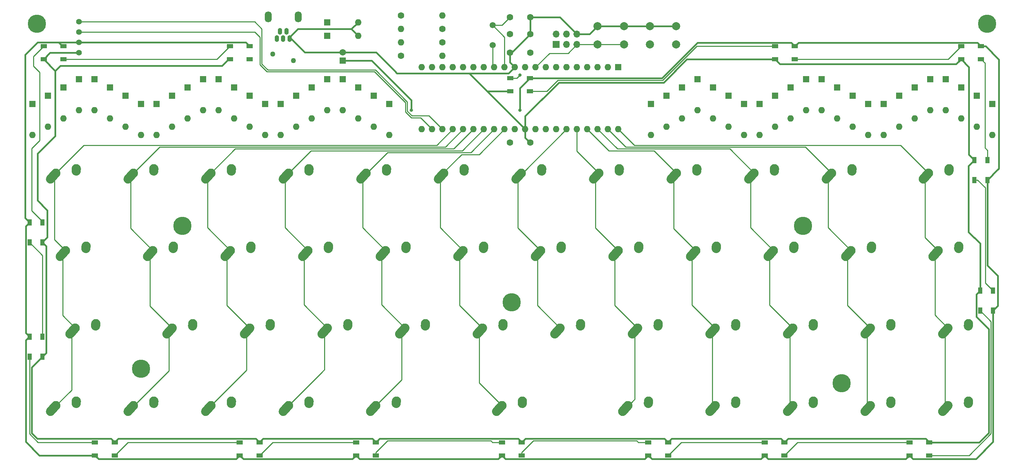
<source format=gbl>
%TF.GenerationSoftware,KiCad,Pcbnew,(5.1.10)-1*%
%TF.CreationDate,2021-08-29T21:53:33+02:00*%
%TF.ProjectId,giulia,6769756c-6961-42e6-9b69-6361645f7063,rev?*%
%TF.SameCoordinates,Original*%
%TF.FileFunction,Copper,L2,Bot*%
%TF.FilePolarity,Positive*%
%FSLAX46Y46*%
G04 Gerber Fmt 4.6, Leading zero omitted, Abs format (unit mm)*
G04 Created by KiCad (PCBNEW (5.1.10)-1) date 2021-08-29 21:53:33*
%MOMM*%
%LPD*%
G01*
G04 APERTURE LIST*
%TA.AperFunction,ComponentPad*%
%ADD10C,1.397000*%
%TD*%
%TA.AperFunction,ComponentPad*%
%ADD11C,4.500000*%
%TD*%
%TA.AperFunction,ComponentPad*%
%ADD12R,1.600000X1.600000*%
%TD*%
%TA.AperFunction,ComponentPad*%
%ADD13O,1.600000X1.600000*%
%TD*%
%TA.AperFunction,ComponentPad*%
%ADD14O,1.100000X1.650000*%
%TD*%
%TA.AperFunction,ComponentPad*%
%ADD15O,1.700000X2.700000*%
%TD*%
%TA.AperFunction,ComponentPad*%
%ADD16C,1.600000*%
%TD*%
%TA.AperFunction,ComponentPad*%
%ADD17C,2.250000*%
%TD*%
%TA.AperFunction,ComponentPad*%
%ADD18O,1.700000X1.700000*%
%TD*%
%TA.AperFunction,ComponentPad*%
%ADD19R,1.700000X1.700000*%
%TD*%
%TA.AperFunction,ComponentPad*%
%ADD20C,1.500000*%
%TD*%
%TA.AperFunction,ComponentPad*%
%ADD21C,2.000000*%
%TD*%
%TA.AperFunction,ComponentPad*%
%ADD22C,1.270000*%
%TD*%
%TA.AperFunction,SMDPad,CuDef*%
%ADD23R,1.500000X1.000000*%
%TD*%
%TA.AperFunction,SMDPad,CuDef*%
%ADD24R,1.000000X1.500000*%
%TD*%
%TA.AperFunction,ViaPad*%
%ADD25C,0.800000*%
%TD*%
%TA.AperFunction,Conductor*%
%ADD26C,0.381000*%
%TD*%
%TA.AperFunction,Conductor*%
%ADD27C,0.254000*%
%TD*%
G04 APERTURE END LIST*
D10*
%TO.P,OL1,4*%
%TO.N,GND*%
X44450000Y-31496000D03*
%TO.P,OL1,3*%
%TO.N,+5V*%
X44450000Y-28956000D03*
%TO.P,OL1,2*%
%TO.N,SCL*%
X44450000Y-26416000D03*
%TO.P,OL1,1*%
%TO.N,SDA*%
X44450000Y-23876000D03*
%TD*%
D11*
%TO.P,M2\u002C5,1*%
%TO.N,N/C*%
X69850000Y-74041000D03*
%TD*%
%TO.P,M2\u002C5,1*%
%TO.N,N/C*%
X222250000Y-74041000D03*
%TD*%
%TO.P,M2\u002C5,1*%
%TO.N,N/C*%
X150749000Y-92837000D03*
%TD*%
%TO.P,M2\u002C5,1*%
%TO.N,N/C*%
X231775000Y-112776000D03*
%TD*%
%TO.P,M2\u002C5,1*%
%TO.N,N/C*%
X59690000Y-109220000D03*
%TD*%
%TO.P,M2\u002C5,1*%
%TO.N,N/C*%
X267462000Y-24384000D03*
%TD*%
%TO.P,M2\u002C5,1*%
%TO.N,N/C*%
X34163000Y-24384000D03*
%TD*%
D12*
%TO.P,D49,1*%
%TO.N,Net-(D49-Pad1)*%
X105410000Y-24003000D03*
D13*
%TO.P,D49,2*%
%TO.N,GND*%
X113030000Y-24003000D03*
%TD*%
D12*
%TO.P,D48,1*%
%TO.N,Net-(D48-Pad1)*%
X105410000Y-27305000D03*
D13*
%TO.P,D48,2*%
%TO.N,GND*%
X113030000Y-27305000D03*
%TD*%
D14*
%TO.P,J2,3*%
%TO.N,Net-(D48-Pad1)*%
X94615000Y-27961000D03*
%TO.P,J2,1*%
%TO.N,GND*%
X96215000Y-27961000D03*
%TO.P,J2,5*%
%TO.N,VCC*%
X93015000Y-27961000D03*
%TO.P,J2,2*%
%TO.N,Net-(J2-Pad2)*%
X95415000Y-26211000D03*
%TO.P,J2,4*%
%TO.N,Net-(D49-Pad1)*%
X93815000Y-26211000D03*
D15*
%TO.P,J2,SH*%
%TO.N,Net-(J2-PadSH)*%
X98265000Y-22636000D03*
X90965000Y-22636000D03*
%TD*%
D16*
%TO.P,C3,2*%
%TO.N,GND*%
X150295600Y-31496000D03*
%TO.P,C3,1*%
%TO.N,+5V*%
X155295600Y-31496000D03*
%TD*%
%TO.P,MX11,2*%
%TO.N,Net-(D11-Pad2)*%
%TA.AperFunction,ComponentPad*%
G36*
G01*
X91323483Y-99809895D02*
X91322597Y-99809834D01*
G75*
G02*
X90277666Y-98610097I77403J1122334D01*
G01*
X90317666Y-98030097D01*
G75*
G02*
X91517403Y-96985166I1122334J-77403D01*
G01*
X91517403Y-96985166D01*
G75*
G02*
X92562334Y-98184903I-77403J-1122334D01*
G01*
X92522334Y-98764903D01*
G75*
G02*
X91322597Y-99809834I-1122334J77403D01*
G01*
G37*
%TD.AperFunction*%
D17*
X91440000Y-98107500D03*
%TO.P,MX11,1*%
%TO.N,COL2*%
%TA.AperFunction,ComponentPad*%
G36*
G01*
X84338688Y-101484850D02*
X84338683Y-101484845D01*
G75*
G02*
X84252655Y-99896183I751317J837345D01*
G01*
X85562657Y-98436183D01*
G75*
G02*
X87151319Y-98350155I837345J-751317D01*
G01*
X87151319Y-98350155D01*
G75*
G02*
X87237347Y-99938817I-751317J-837345D01*
G01*
X85927345Y-101398817D01*
G75*
G02*
X84338683Y-101484845I-837345J751317D01*
G01*
G37*
%TD.AperFunction*%
X86400000Y-99187500D03*
%TD*%
%TO.P,MX8,2*%
%TO.N,Net-(D8-Pad2)*%
%TA.AperFunction,ComponentPad*%
G36*
G01*
X62748483Y-118859895D02*
X62747597Y-118859834D01*
G75*
G02*
X61702666Y-117660097I77403J1122334D01*
G01*
X61742666Y-117080097D01*
G75*
G02*
X62942403Y-116035166I1122334J-77403D01*
G01*
X62942403Y-116035166D01*
G75*
G02*
X63987334Y-117234903I-77403J-1122334D01*
G01*
X63947334Y-117814903D01*
G75*
G02*
X62747597Y-118859834I-1122334J77403D01*
G01*
G37*
%TD.AperFunction*%
X62865000Y-117157500D03*
%TO.P,MX8,1*%
%TO.N,COL1*%
%TA.AperFunction,ComponentPad*%
G36*
G01*
X55763688Y-120534850D02*
X55763683Y-120534845D01*
G75*
G02*
X55677655Y-118946183I751317J837345D01*
G01*
X56987657Y-117486183D01*
G75*
G02*
X58576319Y-117400155I837345J-751317D01*
G01*
X58576319Y-117400155D01*
G75*
G02*
X58662347Y-118988817I-751317J-837345D01*
G01*
X57352345Y-120448817D01*
G75*
G02*
X55763683Y-120534845I-837345J751317D01*
G01*
G37*
%TD.AperFunction*%
X57825000Y-118237500D03*
%TD*%
%TO.P,MX5,2*%
%TO.N,Net-(D5-Pad2)*%
%TA.AperFunction,ComponentPad*%
G36*
G01*
X62748483Y-61709895D02*
X62747597Y-61709834D01*
G75*
G02*
X61702666Y-60510097I77403J1122334D01*
G01*
X61742666Y-59930097D01*
G75*
G02*
X62942403Y-58885166I1122334J-77403D01*
G01*
X62942403Y-58885166D01*
G75*
G02*
X63987334Y-60084903I-77403J-1122334D01*
G01*
X63947334Y-60664903D01*
G75*
G02*
X62747597Y-61709834I-1122334J77403D01*
G01*
G37*
%TD.AperFunction*%
X62865000Y-60007500D03*
%TO.P,MX5,1*%
%TO.N,COL1*%
%TA.AperFunction,ComponentPad*%
G36*
G01*
X55763688Y-63384850D02*
X55763683Y-63384845D01*
G75*
G02*
X55677655Y-61796183I751317J837345D01*
G01*
X56987657Y-60336183D01*
G75*
G02*
X58576319Y-60250155I837345J-751317D01*
G01*
X58576319Y-60250155D01*
G75*
G02*
X58662347Y-61838817I-751317J-837345D01*
G01*
X57352345Y-63298817D01*
G75*
G02*
X55763683Y-63384845I-837345J751317D01*
G01*
G37*
%TD.AperFunction*%
X57825000Y-61087500D03*
%TD*%
%TO.P,MX6,2*%
%TO.N,Net-(D6-Pad2)*%
%TA.AperFunction,ComponentPad*%
G36*
G01*
X67510983Y-80759895D02*
X67510097Y-80759834D01*
G75*
G02*
X66465166Y-79560097I77403J1122334D01*
G01*
X66505166Y-78980097D01*
G75*
G02*
X67704903Y-77935166I1122334J-77403D01*
G01*
X67704903Y-77935166D01*
G75*
G02*
X68749834Y-79134903I-77403J-1122334D01*
G01*
X68709834Y-79714903D01*
G75*
G02*
X67510097Y-80759834I-1122334J77403D01*
G01*
G37*
%TD.AperFunction*%
X67627500Y-79057500D03*
%TO.P,MX6,1*%
%TO.N,COL1*%
%TA.AperFunction,ComponentPad*%
G36*
G01*
X60526188Y-82434850D02*
X60526183Y-82434845D01*
G75*
G02*
X60440155Y-80846183I751317J837345D01*
G01*
X61750157Y-79386183D01*
G75*
G02*
X63338819Y-79300155I837345J-751317D01*
G01*
X63338819Y-79300155D01*
G75*
G02*
X63424847Y-80888817I-751317J-837345D01*
G01*
X62114845Y-82348817D01*
G75*
G02*
X60526183Y-82434845I-837345J751317D01*
G01*
G37*
%TD.AperFunction*%
X62587500Y-80137500D03*
%TD*%
%TO.P,MX3,2*%
%TO.N,Net-(D3-Pad2)*%
%TA.AperFunction,ComponentPad*%
G36*
G01*
X48460983Y-99809895D02*
X48460097Y-99809834D01*
G75*
G02*
X47415166Y-98610097I77403J1122334D01*
G01*
X47455166Y-98030097D01*
G75*
G02*
X48654903Y-96985166I1122334J-77403D01*
G01*
X48654903Y-96985166D01*
G75*
G02*
X49699834Y-98184903I-77403J-1122334D01*
G01*
X49659834Y-98764903D01*
G75*
G02*
X48460097Y-99809834I-1122334J77403D01*
G01*
G37*
%TD.AperFunction*%
X48577500Y-98107500D03*
%TO.P,MX3,1*%
%TO.N,COL0*%
%TA.AperFunction,ComponentPad*%
G36*
G01*
X41476188Y-101484850D02*
X41476183Y-101484845D01*
G75*
G02*
X41390155Y-99896183I751317J837345D01*
G01*
X42700157Y-98436183D01*
G75*
G02*
X44288819Y-98350155I837345J-751317D01*
G01*
X44288819Y-98350155D01*
G75*
G02*
X44374847Y-99938817I-751317J-837345D01*
G01*
X43064845Y-101398817D01*
G75*
G02*
X41476183Y-101484845I-837345J751317D01*
G01*
G37*
%TD.AperFunction*%
X43537500Y-99187500D03*
%TD*%
%TO.P,MX10,2*%
%TO.N,Net-(D10-Pad2)*%
%TA.AperFunction,ComponentPad*%
G36*
G01*
X86560983Y-80759895D02*
X86560097Y-80759834D01*
G75*
G02*
X85515166Y-79560097I77403J1122334D01*
G01*
X85555166Y-78980097D01*
G75*
G02*
X86754903Y-77935166I1122334J-77403D01*
G01*
X86754903Y-77935166D01*
G75*
G02*
X87799834Y-79134903I-77403J-1122334D01*
G01*
X87759834Y-79714903D01*
G75*
G02*
X86560097Y-80759834I-1122334J77403D01*
G01*
G37*
%TD.AperFunction*%
X86677500Y-79057500D03*
%TO.P,MX10,1*%
%TO.N,COL2*%
%TA.AperFunction,ComponentPad*%
G36*
G01*
X79576188Y-82434850D02*
X79576183Y-82434845D01*
G75*
G02*
X79490155Y-80846183I751317J837345D01*
G01*
X80800157Y-79386183D01*
G75*
G02*
X82388819Y-79300155I837345J-751317D01*
G01*
X82388819Y-79300155D01*
G75*
G02*
X82474847Y-80888817I-751317J-837345D01*
G01*
X81164845Y-82348817D01*
G75*
G02*
X79576183Y-82434845I-837345J751317D01*
G01*
G37*
%TD.AperFunction*%
X81637500Y-80137500D03*
%TD*%
%TO.P,MX2,2*%
%TO.N,Net-(D2-Pad2)*%
%TA.AperFunction,ComponentPad*%
G36*
G01*
X46079733Y-80759895D02*
X46078847Y-80759834D01*
G75*
G02*
X45033916Y-79560097I77403J1122334D01*
G01*
X45073916Y-78980097D01*
G75*
G02*
X46273653Y-77935166I1122334J-77403D01*
G01*
X46273653Y-77935166D01*
G75*
G02*
X47318584Y-79134903I-77403J-1122334D01*
G01*
X47278584Y-79714903D01*
G75*
G02*
X46078847Y-80759834I-1122334J77403D01*
G01*
G37*
%TD.AperFunction*%
X46196250Y-79057500D03*
%TO.P,MX2,1*%
%TO.N,COL0*%
%TA.AperFunction,ComponentPad*%
G36*
G01*
X39094938Y-82434850D02*
X39094933Y-82434845D01*
G75*
G02*
X39008905Y-80846183I751317J837345D01*
G01*
X40318907Y-79386183D01*
G75*
G02*
X41907569Y-79300155I837345J-751317D01*
G01*
X41907569Y-79300155D01*
G75*
G02*
X41993597Y-80888817I-751317J-837345D01*
G01*
X40683595Y-82348817D01*
G75*
G02*
X39094933Y-82434845I-837345J751317D01*
G01*
G37*
%TD.AperFunction*%
X41156250Y-80137500D03*
%TD*%
%TO.P,MX4,2*%
%TO.N,Net-(D4-Pad2)*%
%TA.AperFunction,ComponentPad*%
G36*
G01*
X43698483Y-118859895D02*
X43697597Y-118859834D01*
G75*
G02*
X42652666Y-117660097I77403J1122334D01*
G01*
X42692666Y-117080097D01*
G75*
G02*
X43892403Y-116035166I1122334J-77403D01*
G01*
X43892403Y-116035166D01*
G75*
G02*
X44937334Y-117234903I-77403J-1122334D01*
G01*
X44897334Y-117814903D01*
G75*
G02*
X43697597Y-118859834I-1122334J77403D01*
G01*
G37*
%TD.AperFunction*%
X43815000Y-117157500D03*
%TO.P,MX4,1*%
%TO.N,COL0*%
%TA.AperFunction,ComponentPad*%
G36*
G01*
X36713688Y-120534850D02*
X36713683Y-120534845D01*
G75*
G02*
X36627655Y-118946183I751317J837345D01*
G01*
X37937657Y-117486183D01*
G75*
G02*
X39526319Y-117400155I837345J-751317D01*
G01*
X39526319Y-117400155D01*
G75*
G02*
X39612347Y-118988817I-751317J-837345D01*
G01*
X38302345Y-120448817D01*
G75*
G02*
X36713683Y-120534845I-837345J751317D01*
G01*
G37*
%TD.AperFunction*%
X38775000Y-118237500D03*
%TD*%
%TO.P,MX9,2*%
%TO.N,Net-(D9-Pad2)*%
%TA.AperFunction,ComponentPad*%
G36*
G01*
X81798483Y-61709895D02*
X81797597Y-61709834D01*
G75*
G02*
X80752666Y-60510097I77403J1122334D01*
G01*
X80792666Y-59930097D01*
G75*
G02*
X81992403Y-58885166I1122334J-77403D01*
G01*
X81992403Y-58885166D01*
G75*
G02*
X83037334Y-60084903I-77403J-1122334D01*
G01*
X82997334Y-60664903D01*
G75*
G02*
X81797597Y-61709834I-1122334J77403D01*
G01*
G37*
%TD.AperFunction*%
X81915000Y-60007500D03*
%TO.P,MX9,1*%
%TO.N,COL2*%
%TA.AperFunction,ComponentPad*%
G36*
G01*
X74813688Y-63384850D02*
X74813683Y-63384845D01*
G75*
G02*
X74727655Y-61796183I751317J837345D01*
G01*
X76037657Y-60336183D01*
G75*
G02*
X77626319Y-60250155I837345J-751317D01*
G01*
X77626319Y-60250155D01*
G75*
G02*
X77712347Y-61838817I-751317J-837345D01*
G01*
X76402345Y-63298817D01*
G75*
G02*
X74813683Y-63384845I-837345J751317D01*
G01*
G37*
%TD.AperFunction*%
X76875000Y-61087500D03*
%TD*%
%TO.P,MX1,2*%
%TO.N,Net-(D1-Pad2)*%
%TA.AperFunction,ComponentPad*%
G36*
G01*
X43698483Y-61709895D02*
X43697597Y-61709834D01*
G75*
G02*
X42652666Y-60510097I77403J1122334D01*
G01*
X42692666Y-59930097D01*
G75*
G02*
X43892403Y-58885166I1122334J-77403D01*
G01*
X43892403Y-58885166D01*
G75*
G02*
X44937334Y-60084903I-77403J-1122334D01*
G01*
X44897334Y-60664903D01*
G75*
G02*
X43697597Y-61709834I-1122334J77403D01*
G01*
G37*
%TD.AperFunction*%
X43815000Y-60007500D03*
%TO.P,MX1,1*%
%TO.N,COL0*%
%TA.AperFunction,ComponentPad*%
G36*
G01*
X36713688Y-63384850D02*
X36713683Y-63384845D01*
G75*
G02*
X36627655Y-61796183I751317J837345D01*
G01*
X37937657Y-60336183D01*
G75*
G02*
X39526319Y-60250155I837345J-751317D01*
G01*
X39526319Y-60250155D01*
G75*
G02*
X39612347Y-61838817I-751317J-837345D01*
G01*
X38302345Y-63298817D01*
G75*
G02*
X36713683Y-63384845I-837345J751317D01*
G01*
G37*
%TD.AperFunction*%
X38775000Y-61087500D03*
%TD*%
%TO.P,MX7,2*%
%TO.N,Net-(D7-Pad2)*%
%TA.AperFunction,ComponentPad*%
G36*
G01*
X72273483Y-99809895D02*
X72272597Y-99809834D01*
G75*
G02*
X71227666Y-98610097I77403J1122334D01*
G01*
X71267666Y-98030097D01*
G75*
G02*
X72467403Y-96985166I1122334J-77403D01*
G01*
X72467403Y-96985166D01*
G75*
G02*
X73512334Y-98184903I-77403J-1122334D01*
G01*
X73472334Y-98764903D01*
G75*
G02*
X72272597Y-99809834I-1122334J77403D01*
G01*
G37*
%TD.AperFunction*%
X72390000Y-98107500D03*
%TO.P,MX7,1*%
%TO.N,COL1*%
%TA.AperFunction,ComponentPad*%
G36*
G01*
X65288688Y-101484850D02*
X65288683Y-101484845D01*
G75*
G02*
X65202655Y-99896183I751317J837345D01*
G01*
X66512657Y-98436183D01*
G75*
G02*
X68101319Y-98350155I837345J-751317D01*
G01*
X68101319Y-98350155D01*
G75*
G02*
X68187347Y-99938817I-751317J-837345D01*
G01*
X66877345Y-101398817D01*
G75*
G02*
X65288683Y-101484845I-837345J751317D01*
G01*
G37*
%TD.AperFunction*%
X67350000Y-99187500D03*
%TD*%
%TO.P,MX12,2*%
%TO.N,Net-(D12-Pad2)*%
%TA.AperFunction,ComponentPad*%
G36*
G01*
X81798483Y-118859895D02*
X81797597Y-118859834D01*
G75*
G02*
X80752666Y-117660097I77403J1122334D01*
G01*
X80792666Y-117080097D01*
G75*
G02*
X81992403Y-116035166I1122334J-77403D01*
G01*
X81992403Y-116035166D01*
G75*
G02*
X83037334Y-117234903I-77403J-1122334D01*
G01*
X82997334Y-117814903D01*
G75*
G02*
X81797597Y-118859834I-1122334J77403D01*
G01*
G37*
%TD.AperFunction*%
X81915000Y-117157500D03*
%TO.P,MX12,1*%
%TO.N,COL2*%
%TA.AperFunction,ComponentPad*%
G36*
G01*
X74813688Y-120534850D02*
X74813683Y-120534845D01*
G75*
G02*
X74727655Y-118946183I751317J837345D01*
G01*
X76037657Y-117486183D01*
G75*
G02*
X77626319Y-117400155I837345J-751317D01*
G01*
X77626319Y-117400155D01*
G75*
G02*
X77712347Y-118988817I-751317J-837345D01*
G01*
X76402345Y-120448817D01*
G75*
G02*
X74813683Y-120534845I-837345J751317D01*
G01*
G37*
%TD.AperFunction*%
X76875000Y-118237500D03*
%TD*%
%TO.P,MX14,2*%
%TO.N,Net-(D14-Pad2)*%
%TA.AperFunction,ComponentPad*%
G36*
G01*
X105610983Y-80759895D02*
X105610097Y-80759834D01*
G75*
G02*
X104565166Y-79560097I77403J1122334D01*
G01*
X104605166Y-78980097D01*
G75*
G02*
X105804903Y-77935166I1122334J-77403D01*
G01*
X105804903Y-77935166D01*
G75*
G02*
X106849834Y-79134903I-77403J-1122334D01*
G01*
X106809834Y-79714903D01*
G75*
G02*
X105610097Y-80759834I-1122334J77403D01*
G01*
G37*
%TD.AperFunction*%
X105727500Y-79057500D03*
%TO.P,MX14,1*%
%TO.N,COL3*%
%TA.AperFunction,ComponentPad*%
G36*
G01*
X98626188Y-82434850D02*
X98626183Y-82434845D01*
G75*
G02*
X98540155Y-80846183I751317J837345D01*
G01*
X99850157Y-79386183D01*
G75*
G02*
X101438819Y-79300155I837345J-751317D01*
G01*
X101438819Y-79300155D01*
G75*
G02*
X101524847Y-80888817I-751317J-837345D01*
G01*
X100214845Y-82348817D01*
G75*
G02*
X98626183Y-82434845I-837345J751317D01*
G01*
G37*
%TD.AperFunction*%
X100687500Y-80137500D03*
%TD*%
%TO.P,MX13,2*%
%TO.N,Net-(D13-Pad2)*%
%TA.AperFunction,ComponentPad*%
G36*
G01*
X100848483Y-61709895D02*
X100847597Y-61709834D01*
G75*
G02*
X99802666Y-60510097I77403J1122334D01*
G01*
X99842666Y-59930097D01*
G75*
G02*
X101042403Y-58885166I1122334J-77403D01*
G01*
X101042403Y-58885166D01*
G75*
G02*
X102087334Y-60084903I-77403J-1122334D01*
G01*
X102047334Y-60664903D01*
G75*
G02*
X100847597Y-61709834I-1122334J77403D01*
G01*
G37*
%TD.AperFunction*%
X100965000Y-60007500D03*
%TO.P,MX13,1*%
%TO.N,COL3*%
%TA.AperFunction,ComponentPad*%
G36*
G01*
X93863688Y-63384850D02*
X93863683Y-63384845D01*
G75*
G02*
X93777655Y-61796183I751317J837345D01*
G01*
X95087657Y-60336183D01*
G75*
G02*
X96676319Y-60250155I837345J-751317D01*
G01*
X96676319Y-60250155D01*
G75*
G02*
X96762347Y-61838817I-751317J-837345D01*
G01*
X95452345Y-63298817D01*
G75*
G02*
X93863683Y-63384845I-837345J751317D01*
G01*
G37*
%TD.AperFunction*%
X95925000Y-61087500D03*
%TD*%
%TO.P,MX33,2*%
%TO.N,Net-(D33-Pad2)*%
%TA.AperFunction,ComponentPad*%
G36*
G01*
X200860983Y-80759895D02*
X200860097Y-80759834D01*
G75*
G02*
X199815166Y-79560097I77403J1122334D01*
G01*
X199855166Y-78980097D01*
G75*
G02*
X201054903Y-77935166I1122334J-77403D01*
G01*
X201054903Y-77935166D01*
G75*
G02*
X202099834Y-79134903I-77403J-1122334D01*
G01*
X202059834Y-79714903D01*
G75*
G02*
X200860097Y-80759834I-1122334J77403D01*
G01*
G37*
%TD.AperFunction*%
X200977500Y-79057500D03*
%TO.P,MX33,1*%
%TO.N,COL8*%
%TA.AperFunction,ComponentPad*%
G36*
G01*
X193876188Y-82434850D02*
X193876183Y-82434845D01*
G75*
G02*
X193790155Y-80846183I751317J837345D01*
G01*
X195100157Y-79386183D01*
G75*
G02*
X196688819Y-79300155I837345J-751317D01*
G01*
X196688819Y-79300155D01*
G75*
G02*
X196774847Y-80888817I-751317J-837345D01*
G01*
X195464845Y-82348817D01*
G75*
G02*
X193876183Y-82434845I-837345J751317D01*
G01*
G37*
%TD.AperFunction*%
X195937500Y-80137500D03*
%TD*%
%TO.P,MX46,2*%
%TO.N,Net-(D46-Pad2)*%
%TA.AperFunction,ComponentPad*%
G36*
G01*
X262773483Y-99809895D02*
X262772597Y-99809834D01*
G75*
G02*
X261727666Y-98610097I77403J1122334D01*
G01*
X261767666Y-98030097D01*
G75*
G02*
X262967403Y-96985166I1122334J-77403D01*
G01*
X262967403Y-96985166D01*
G75*
G02*
X264012334Y-98184903I-77403J-1122334D01*
G01*
X263972334Y-98764903D01*
G75*
G02*
X262772597Y-99809834I-1122334J77403D01*
G01*
G37*
%TD.AperFunction*%
X262890000Y-98107500D03*
%TO.P,MX46,1*%
%TO.N,COL11*%
%TA.AperFunction,ComponentPad*%
G36*
G01*
X255788688Y-101484850D02*
X255788683Y-101484845D01*
G75*
G02*
X255702655Y-99896183I751317J837345D01*
G01*
X257012657Y-98436183D01*
G75*
G02*
X258601319Y-98350155I837345J-751317D01*
G01*
X258601319Y-98350155D01*
G75*
G02*
X258687347Y-99938817I-751317J-837345D01*
G01*
X257377345Y-101398817D01*
G75*
G02*
X255788683Y-101484845I-837345J751317D01*
G01*
G37*
%TD.AperFunction*%
X257850000Y-99187500D03*
%TD*%
%TO.P,MX44,2*%
%TO.N,Net-(D44-Pad2)*%
%TA.AperFunction,ComponentPad*%
G36*
G01*
X258010983Y-61709895D02*
X258010097Y-61709834D01*
G75*
G02*
X256965166Y-60510097I77403J1122334D01*
G01*
X257005166Y-59930097D01*
G75*
G02*
X258204903Y-58885166I1122334J-77403D01*
G01*
X258204903Y-58885166D01*
G75*
G02*
X259249834Y-60084903I-77403J-1122334D01*
G01*
X259209834Y-60664903D01*
G75*
G02*
X258010097Y-61709834I-1122334J77403D01*
G01*
G37*
%TD.AperFunction*%
X258127500Y-60007500D03*
%TO.P,MX44,1*%
%TO.N,COL11*%
%TA.AperFunction,ComponentPad*%
G36*
G01*
X251026188Y-63384850D02*
X251026183Y-63384845D01*
G75*
G02*
X250940155Y-61796183I751317J837345D01*
G01*
X252250157Y-60336183D01*
G75*
G02*
X253838819Y-60250155I837345J-751317D01*
G01*
X253838819Y-60250155D01*
G75*
G02*
X253924847Y-61838817I-751317J-837345D01*
G01*
X252614845Y-63298817D01*
G75*
G02*
X251026183Y-63384845I-837345J751317D01*
G01*
G37*
%TD.AperFunction*%
X253087500Y-61087500D03*
%TD*%
%TO.P,MX42,2*%
%TO.N,Net-(D42-Pad2)*%
%TA.AperFunction,ComponentPad*%
G36*
G01*
X243723483Y-99809895D02*
X243722597Y-99809834D01*
G75*
G02*
X242677666Y-98610097I77403J1122334D01*
G01*
X242717666Y-98030097D01*
G75*
G02*
X243917403Y-96985166I1122334J-77403D01*
G01*
X243917403Y-96985166D01*
G75*
G02*
X244962334Y-98184903I-77403J-1122334D01*
G01*
X244922334Y-98764903D01*
G75*
G02*
X243722597Y-99809834I-1122334J77403D01*
G01*
G37*
%TD.AperFunction*%
X243840000Y-98107500D03*
%TO.P,MX42,1*%
%TO.N,COL10*%
%TA.AperFunction,ComponentPad*%
G36*
G01*
X236738688Y-101484850D02*
X236738683Y-101484845D01*
G75*
G02*
X236652655Y-99896183I751317J837345D01*
G01*
X237962657Y-98436183D01*
G75*
G02*
X239551319Y-98350155I837345J-751317D01*
G01*
X239551319Y-98350155D01*
G75*
G02*
X239637347Y-99938817I-751317J-837345D01*
G01*
X238327345Y-101398817D01*
G75*
G02*
X236738683Y-101484845I-837345J751317D01*
G01*
G37*
%TD.AperFunction*%
X238800000Y-99187500D03*
%TD*%
%TO.P,MX41,2*%
%TO.N,Net-(D41-Pad2)*%
%TA.AperFunction,ComponentPad*%
G36*
G01*
X238960983Y-80759895D02*
X238960097Y-80759834D01*
G75*
G02*
X237915166Y-79560097I77403J1122334D01*
G01*
X237955166Y-78980097D01*
G75*
G02*
X239154903Y-77935166I1122334J-77403D01*
G01*
X239154903Y-77935166D01*
G75*
G02*
X240199834Y-79134903I-77403J-1122334D01*
G01*
X240159834Y-79714903D01*
G75*
G02*
X238960097Y-80759834I-1122334J77403D01*
G01*
G37*
%TD.AperFunction*%
X239077500Y-79057500D03*
%TO.P,MX41,1*%
%TO.N,COL10*%
%TA.AperFunction,ComponentPad*%
G36*
G01*
X231976188Y-82434850D02*
X231976183Y-82434845D01*
G75*
G02*
X231890155Y-80846183I751317J837345D01*
G01*
X233200157Y-79386183D01*
G75*
G02*
X234788819Y-79300155I837345J-751317D01*
G01*
X234788819Y-79300155D01*
G75*
G02*
X234874847Y-80888817I-751317J-837345D01*
G01*
X233564845Y-82348817D01*
G75*
G02*
X231976183Y-82434845I-837345J751317D01*
G01*
G37*
%TD.AperFunction*%
X234037500Y-80137500D03*
%TD*%
%TO.P,MX45,2*%
%TO.N,Net-(D45-Pad2)*%
%TA.AperFunction,ComponentPad*%
G36*
G01*
X260392233Y-80759895D02*
X260391347Y-80759834D01*
G75*
G02*
X259346416Y-79560097I77403J1122334D01*
G01*
X259386416Y-78980097D01*
G75*
G02*
X260586153Y-77935166I1122334J-77403D01*
G01*
X260586153Y-77935166D01*
G75*
G02*
X261631084Y-79134903I-77403J-1122334D01*
G01*
X261591084Y-79714903D01*
G75*
G02*
X260391347Y-80759834I-1122334J77403D01*
G01*
G37*
%TD.AperFunction*%
X260508750Y-79057500D03*
%TO.P,MX45,1*%
%TO.N,COL11*%
%TA.AperFunction,ComponentPad*%
G36*
G01*
X253407438Y-82434850D02*
X253407433Y-82434845D01*
G75*
G02*
X253321405Y-80846183I751317J837345D01*
G01*
X254631407Y-79386183D01*
G75*
G02*
X256220069Y-79300155I837345J-751317D01*
G01*
X256220069Y-79300155D01*
G75*
G02*
X256306097Y-80888817I-751317J-837345D01*
G01*
X254996095Y-82348817D01*
G75*
G02*
X253407433Y-82434845I-837345J751317D01*
G01*
G37*
%TD.AperFunction*%
X255468750Y-80137500D03*
%TD*%
%TO.P,MX39,2*%
%TO.N,Net-(D39-Pad2)*%
%TA.AperFunction,ComponentPad*%
G36*
G01*
X224673483Y-118859895D02*
X224672597Y-118859834D01*
G75*
G02*
X223627666Y-117660097I77403J1122334D01*
G01*
X223667666Y-117080097D01*
G75*
G02*
X224867403Y-116035166I1122334J-77403D01*
G01*
X224867403Y-116035166D01*
G75*
G02*
X225912334Y-117234903I-77403J-1122334D01*
G01*
X225872334Y-117814903D01*
G75*
G02*
X224672597Y-118859834I-1122334J77403D01*
G01*
G37*
%TD.AperFunction*%
X224790000Y-117157500D03*
%TO.P,MX39,1*%
%TO.N,COL9*%
%TA.AperFunction,ComponentPad*%
G36*
G01*
X217688688Y-120534850D02*
X217688683Y-120534845D01*
G75*
G02*
X217602655Y-118946183I751317J837345D01*
G01*
X218912657Y-117486183D01*
G75*
G02*
X220501319Y-117400155I837345J-751317D01*
G01*
X220501319Y-117400155D01*
G75*
G02*
X220587347Y-118988817I-751317J-837345D01*
G01*
X219277345Y-120448817D01*
G75*
G02*
X217688683Y-120534845I-837345J751317D01*
G01*
G37*
%TD.AperFunction*%
X219750000Y-118237500D03*
%TD*%
%TO.P,MX43,2*%
%TO.N,Net-(D43-Pad2)*%
%TA.AperFunction,ComponentPad*%
G36*
G01*
X243723483Y-118859895D02*
X243722597Y-118859834D01*
G75*
G02*
X242677666Y-117660097I77403J1122334D01*
G01*
X242717666Y-117080097D01*
G75*
G02*
X243917403Y-116035166I1122334J-77403D01*
G01*
X243917403Y-116035166D01*
G75*
G02*
X244962334Y-117234903I-77403J-1122334D01*
G01*
X244922334Y-117814903D01*
G75*
G02*
X243722597Y-118859834I-1122334J77403D01*
G01*
G37*
%TD.AperFunction*%
X243840000Y-117157500D03*
%TO.P,MX43,1*%
%TO.N,COL10*%
%TA.AperFunction,ComponentPad*%
G36*
G01*
X236738688Y-120534850D02*
X236738683Y-120534845D01*
G75*
G02*
X236652655Y-118946183I751317J837345D01*
G01*
X237962657Y-117486183D01*
G75*
G02*
X239551319Y-117400155I837345J-751317D01*
G01*
X239551319Y-117400155D01*
G75*
G02*
X239637347Y-118988817I-751317J-837345D01*
G01*
X238327345Y-120448817D01*
G75*
G02*
X236738683Y-120534845I-837345J751317D01*
G01*
G37*
%TD.AperFunction*%
X238800000Y-118237500D03*
%TD*%
%TO.P,MX38,2*%
%TO.N,Net-(D38-Pad2)*%
%TA.AperFunction,ComponentPad*%
G36*
G01*
X224673483Y-99809895D02*
X224672597Y-99809834D01*
G75*
G02*
X223627666Y-98610097I77403J1122334D01*
G01*
X223667666Y-98030097D01*
G75*
G02*
X224867403Y-96985166I1122334J-77403D01*
G01*
X224867403Y-96985166D01*
G75*
G02*
X225912334Y-98184903I-77403J-1122334D01*
G01*
X225872334Y-98764903D01*
G75*
G02*
X224672597Y-99809834I-1122334J77403D01*
G01*
G37*
%TD.AperFunction*%
X224790000Y-98107500D03*
%TO.P,MX38,1*%
%TO.N,COL9*%
%TA.AperFunction,ComponentPad*%
G36*
G01*
X217688688Y-101484850D02*
X217688683Y-101484845D01*
G75*
G02*
X217602655Y-99896183I751317J837345D01*
G01*
X218912657Y-98436183D01*
G75*
G02*
X220501319Y-98350155I837345J-751317D01*
G01*
X220501319Y-98350155D01*
G75*
G02*
X220587347Y-99938817I-751317J-837345D01*
G01*
X219277345Y-101398817D01*
G75*
G02*
X217688683Y-101484845I-837345J751317D01*
G01*
G37*
%TD.AperFunction*%
X219750000Y-99187500D03*
%TD*%
%TO.P,MX37,2*%
%TO.N,Net-(D37-Pad2)*%
%TA.AperFunction,ComponentPad*%
G36*
G01*
X219910983Y-80759895D02*
X219910097Y-80759834D01*
G75*
G02*
X218865166Y-79560097I77403J1122334D01*
G01*
X218905166Y-78980097D01*
G75*
G02*
X220104903Y-77935166I1122334J-77403D01*
G01*
X220104903Y-77935166D01*
G75*
G02*
X221149834Y-79134903I-77403J-1122334D01*
G01*
X221109834Y-79714903D01*
G75*
G02*
X219910097Y-80759834I-1122334J77403D01*
G01*
G37*
%TD.AperFunction*%
X220027500Y-79057500D03*
%TO.P,MX37,1*%
%TO.N,COL9*%
%TA.AperFunction,ComponentPad*%
G36*
G01*
X212926188Y-82434850D02*
X212926183Y-82434845D01*
G75*
G02*
X212840155Y-80846183I751317J837345D01*
G01*
X214150157Y-79386183D01*
G75*
G02*
X215738819Y-79300155I837345J-751317D01*
G01*
X215738819Y-79300155D01*
G75*
G02*
X215824847Y-80888817I-751317J-837345D01*
G01*
X214514845Y-82348817D01*
G75*
G02*
X212926183Y-82434845I-837345J751317D01*
G01*
G37*
%TD.AperFunction*%
X214987500Y-80137500D03*
%TD*%
%TO.P,MX35,2*%
%TO.N,Net-(D35-Pad2)*%
%TA.AperFunction,ComponentPad*%
G36*
G01*
X205623483Y-118859895D02*
X205622597Y-118859834D01*
G75*
G02*
X204577666Y-117660097I77403J1122334D01*
G01*
X204617666Y-117080097D01*
G75*
G02*
X205817403Y-116035166I1122334J-77403D01*
G01*
X205817403Y-116035166D01*
G75*
G02*
X206862334Y-117234903I-77403J-1122334D01*
G01*
X206822334Y-117814903D01*
G75*
G02*
X205622597Y-118859834I-1122334J77403D01*
G01*
G37*
%TD.AperFunction*%
X205740000Y-117157500D03*
%TO.P,MX35,1*%
%TO.N,COL8*%
%TA.AperFunction,ComponentPad*%
G36*
G01*
X198638688Y-120534850D02*
X198638683Y-120534845D01*
G75*
G02*
X198552655Y-118946183I751317J837345D01*
G01*
X199862657Y-117486183D01*
G75*
G02*
X201451319Y-117400155I837345J-751317D01*
G01*
X201451319Y-117400155D01*
G75*
G02*
X201537347Y-118988817I-751317J-837345D01*
G01*
X200227345Y-120448817D01*
G75*
G02*
X198638683Y-120534845I-837345J751317D01*
G01*
G37*
%TD.AperFunction*%
X200700000Y-118237500D03*
%TD*%
%TO.P,MX40,2*%
%TO.N,Net-(D40-Pad2)*%
%TA.AperFunction,ComponentPad*%
G36*
G01*
X234198483Y-61709895D02*
X234197597Y-61709834D01*
G75*
G02*
X233152666Y-60510097I77403J1122334D01*
G01*
X233192666Y-59930097D01*
G75*
G02*
X234392403Y-58885166I1122334J-77403D01*
G01*
X234392403Y-58885166D01*
G75*
G02*
X235437334Y-60084903I-77403J-1122334D01*
G01*
X235397334Y-60664903D01*
G75*
G02*
X234197597Y-61709834I-1122334J77403D01*
G01*
G37*
%TD.AperFunction*%
X234315000Y-60007500D03*
%TO.P,MX40,1*%
%TO.N,COL10*%
%TA.AperFunction,ComponentPad*%
G36*
G01*
X227213688Y-63384850D02*
X227213683Y-63384845D01*
G75*
G02*
X227127655Y-61796183I751317J837345D01*
G01*
X228437657Y-60336183D01*
G75*
G02*
X230026319Y-60250155I837345J-751317D01*
G01*
X230026319Y-60250155D01*
G75*
G02*
X230112347Y-61838817I-751317J-837345D01*
G01*
X228802345Y-63298817D01*
G75*
G02*
X227213683Y-63384845I-837345J751317D01*
G01*
G37*
%TD.AperFunction*%
X229275000Y-61087500D03*
%TD*%
%TO.P,MX47,2*%
%TO.N,Net-(D47-Pad2)*%
%TA.AperFunction,ComponentPad*%
G36*
G01*
X262773483Y-118859895D02*
X262772597Y-118859834D01*
G75*
G02*
X261727666Y-117660097I77403J1122334D01*
G01*
X261767666Y-117080097D01*
G75*
G02*
X262967403Y-116035166I1122334J-77403D01*
G01*
X262967403Y-116035166D01*
G75*
G02*
X264012334Y-117234903I-77403J-1122334D01*
G01*
X263972334Y-117814903D01*
G75*
G02*
X262772597Y-118859834I-1122334J77403D01*
G01*
G37*
%TD.AperFunction*%
X262890000Y-117157500D03*
%TO.P,MX47,1*%
%TO.N,COL11*%
%TA.AperFunction,ComponentPad*%
G36*
G01*
X255788688Y-120534850D02*
X255788683Y-120534845D01*
G75*
G02*
X255702655Y-118946183I751317J837345D01*
G01*
X257012657Y-117486183D01*
G75*
G02*
X258601319Y-117400155I837345J-751317D01*
G01*
X258601319Y-117400155D01*
G75*
G02*
X258687347Y-118988817I-751317J-837345D01*
G01*
X257377345Y-120448817D01*
G75*
G02*
X255788683Y-120534845I-837345J751317D01*
G01*
G37*
%TD.AperFunction*%
X257850000Y-118237500D03*
%TD*%
%TO.P,MX34,2*%
%TO.N,Net-(D34-Pad2)*%
%TA.AperFunction,ComponentPad*%
G36*
G01*
X205623483Y-99809895D02*
X205622597Y-99809834D01*
G75*
G02*
X204577666Y-98610097I77403J1122334D01*
G01*
X204617666Y-98030097D01*
G75*
G02*
X205817403Y-96985166I1122334J-77403D01*
G01*
X205817403Y-96985166D01*
G75*
G02*
X206862334Y-98184903I-77403J-1122334D01*
G01*
X206822334Y-98764903D01*
G75*
G02*
X205622597Y-99809834I-1122334J77403D01*
G01*
G37*
%TD.AperFunction*%
X205740000Y-98107500D03*
%TO.P,MX34,1*%
%TO.N,COL8*%
%TA.AperFunction,ComponentPad*%
G36*
G01*
X198638688Y-101484850D02*
X198638683Y-101484845D01*
G75*
G02*
X198552655Y-99896183I751317J837345D01*
G01*
X199862657Y-98436183D01*
G75*
G02*
X201451319Y-98350155I837345J-751317D01*
G01*
X201451319Y-98350155D01*
G75*
G02*
X201537347Y-99938817I-751317J-837345D01*
G01*
X200227345Y-101398817D01*
G75*
G02*
X198638683Y-101484845I-837345J751317D01*
G01*
G37*
%TD.AperFunction*%
X200700000Y-99187500D03*
%TD*%
%TO.P,MX36,2*%
%TO.N,Net-(D36-Pad2)*%
%TA.AperFunction,ComponentPad*%
G36*
G01*
X215148483Y-61709895D02*
X215147597Y-61709834D01*
G75*
G02*
X214102666Y-60510097I77403J1122334D01*
G01*
X214142666Y-59930097D01*
G75*
G02*
X215342403Y-58885166I1122334J-77403D01*
G01*
X215342403Y-58885166D01*
G75*
G02*
X216387334Y-60084903I-77403J-1122334D01*
G01*
X216347334Y-60664903D01*
G75*
G02*
X215147597Y-61709834I-1122334J77403D01*
G01*
G37*
%TD.AperFunction*%
X215265000Y-60007500D03*
%TO.P,MX36,1*%
%TO.N,COL9*%
%TA.AperFunction,ComponentPad*%
G36*
G01*
X208163688Y-63384850D02*
X208163683Y-63384845D01*
G75*
G02*
X208077655Y-61796183I751317J837345D01*
G01*
X209387657Y-60336183D01*
G75*
G02*
X210976319Y-60250155I837345J-751317D01*
G01*
X210976319Y-60250155D01*
G75*
G02*
X211062347Y-61838817I-751317J-837345D01*
G01*
X209752345Y-63298817D01*
G75*
G02*
X208163683Y-63384845I-837345J751317D01*
G01*
G37*
%TD.AperFunction*%
X210225000Y-61087500D03*
%TD*%
%TO.P,MX23,2*%
%TO.N,Net-(D23-Pad2)*%
%TA.AperFunction,ComponentPad*%
G36*
G01*
X148473483Y-99809895D02*
X148472597Y-99809834D01*
G75*
G02*
X147427666Y-98610097I77403J1122334D01*
G01*
X147467666Y-98030097D01*
G75*
G02*
X148667403Y-96985166I1122334J-77403D01*
G01*
X148667403Y-96985166D01*
G75*
G02*
X149712334Y-98184903I-77403J-1122334D01*
G01*
X149672334Y-98764903D01*
G75*
G02*
X148472597Y-99809834I-1122334J77403D01*
G01*
G37*
%TD.AperFunction*%
X148590000Y-98107500D03*
%TO.P,MX23,1*%
%TO.N,COL5*%
%TA.AperFunction,ComponentPad*%
G36*
G01*
X141488688Y-101484850D02*
X141488683Y-101484845D01*
G75*
G02*
X141402655Y-99896183I751317J837345D01*
G01*
X142712657Y-98436183D01*
G75*
G02*
X144301319Y-98350155I837345J-751317D01*
G01*
X144301319Y-98350155D01*
G75*
G02*
X144387347Y-99938817I-751317J-837345D01*
G01*
X143077345Y-101398817D01*
G75*
G02*
X141488683Y-101484845I-837345J751317D01*
G01*
G37*
%TD.AperFunction*%
X143550000Y-99187500D03*
%TD*%
%TO.P,MX17,2*%
%TO.N,Net-(D17-Pad2)*%
%TA.AperFunction,ComponentPad*%
G36*
G01*
X119898483Y-61709895D02*
X119897597Y-61709834D01*
G75*
G02*
X118852666Y-60510097I77403J1122334D01*
G01*
X118892666Y-59930097D01*
G75*
G02*
X120092403Y-58885166I1122334J-77403D01*
G01*
X120092403Y-58885166D01*
G75*
G02*
X121137334Y-60084903I-77403J-1122334D01*
G01*
X121097334Y-60664903D01*
G75*
G02*
X119897597Y-61709834I-1122334J77403D01*
G01*
G37*
%TD.AperFunction*%
X120015000Y-60007500D03*
%TO.P,MX17,1*%
%TO.N,COL4*%
%TA.AperFunction,ComponentPad*%
G36*
G01*
X112913688Y-63384850D02*
X112913683Y-63384845D01*
G75*
G02*
X112827655Y-61796183I751317J837345D01*
G01*
X114137657Y-60336183D01*
G75*
G02*
X115726319Y-60250155I837345J-751317D01*
G01*
X115726319Y-60250155D01*
G75*
G02*
X115812347Y-61838817I-751317J-837345D01*
G01*
X114502345Y-63298817D01*
G75*
G02*
X112913683Y-63384845I-837345J751317D01*
G01*
G37*
%TD.AperFunction*%
X114975000Y-61087500D03*
%TD*%
%TO.P,MX27,2*%
%TO.N,Net-(D27-Pad2)*%
%TA.AperFunction,ComponentPad*%
G36*
G01*
X167523483Y-99809895D02*
X167522597Y-99809834D01*
G75*
G02*
X166477666Y-98610097I77403J1122334D01*
G01*
X166517666Y-98030097D01*
G75*
G02*
X167717403Y-96985166I1122334J-77403D01*
G01*
X167717403Y-96985166D01*
G75*
G02*
X168762334Y-98184903I-77403J-1122334D01*
G01*
X168722334Y-98764903D01*
G75*
G02*
X167522597Y-99809834I-1122334J77403D01*
G01*
G37*
%TD.AperFunction*%
X167640000Y-98107500D03*
%TO.P,MX27,1*%
%TO.N,COL6*%
%TA.AperFunction,ComponentPad*%
G36*
G01*
X160538688Y-101484850D02*
X160538683Y-101484845D01*
G75*
G02*
X160452655Y-99896183I751317J837345D01*
G01*
X161762657Y-98436183D01*
G75*
G02*
X163351319Y-98350155I837345J-751317D01*
G01*
X163351319Y-98350155D01*
G75*
G02*
X163437347Y-99938817I-751317J-837345D01*
G01*
X162127345Y-101398817D01*
G75*
G02*
X160538683Y-101484845I-837345J751317D01*
G01*
G37*
%TD.AperFunction*%
X162600000Y-99187500D03*
%TD*%
%TO.P,MX31,2*%
%TO.N,Net-(D31-Pad2)*%
%TA.AperFunction,ComponentPad*%
G36*
G01*
X184192233Y-118859895D02*
X184191347Y-118859834D01*
G75*
G02*
X183146416Y-117660097I77403J1122334D01*
G01*
X183186416Y-117080097D01*
G75*
G02*
X184386153Y-116035166I1122334J-77403D01*
G01*
X184386153Y-116035166D01*
G75*
G02*
X185431084Y-117234903I-77403J-1122334D01*
G01*
X185391084Y-117814903D01*
G75*
G02*
X184191347Y-118859834I-1122334J77403D01*
G01*
G37*
%TD.AperFunction*%
X184308750Y-117157500D03*
%TO.P,MX31,1*%
%TO.N,COL7*%
%TA.AperFunction,ComponentPad*%
G36*
G01*
X177207438Y-120534850D02*
X177207433Y-120534845D01*
G75*
G02*
X177121405Y-118946183I751317J837345D01*
G01*
X178431407Y-117486183D01*
G75*
G02*
X180020069Y-117400155I837345J-751317D01*
G01*
X180020069Y-117400155D01*
G75*
G02*
X180106097Y-118988817I-751317J-837345D01*
G01*
X178796095Y-120448817D01*
G75*
G02*
X177207433Y-120534845I-837345J751317D01*
G01*
G37*
%TD.AperFunction*%
X179268750Y-118237500D03*
%TD*%
%TO.P,MX22,2*%
%TO.N,Net-(D22-Pad2)*%
%TA.AperFunction,ComponentPad*%
G36*
G01*
X143710983Y-80759895D02*
X143710097Y-80759834D01*
G75*
G02*
X142665166Y-79560097I77403J1122334D01*
G01*
X142705166Y-78980097D01*
G75*
G02*
X143904903Y-77935166I1122334J-77403D01*
G01*
X143904903Y-77935166D01*
G75*
G02*
X144949834Y-79134903I-77403J-1122334D01*
G01*
X144909834Y-79714903D01*
G75*
G02*
X143710097Y-80759834I-1122334J77403D01*
G01*
G37*
%TD.AperFunction*%
X143827500Y-79057500D03*
%TO.P,MX22,1*%
%TO.N,COL5*%
%TA.AperFunction,ComponentPad*%
G36*
G01*
X136726188Y-82434850D02*
X136726183Y-82434845D01*
G75*
G02*
X136640155Y-80846183I751317J837345D01*
G01*
X137950157Y-79386183D01*
G75*
G02*
X139538819Y-79300155I837345J-751317D01*
G01*
X139538819Y-79300155D01*
G75*
G02*
X139624847Y-80888817I-751317J-837345D01*
G01*
X138314845Y-82348817D01*
G75*
G02*
X136726183Y-82434845I-837345J751317D01*
G01*
G37*
%TD.AperFunction*%
X138787500Y-80137500D03*
%TD*%
%TO.P,MX25,2*%
%TO.N,Net-(D25-Pad2)*%
%TA.AperFunction,ComponentPad*%
G36*
G01*
X157998483Y-61709895D02*
X157997597Y-61709834D01*
G75*
G02*
X156952666Y-60510097I77403J1122334D01*
G01*
X156992666Y-59930097D01*
G75*
G02*
X158192403Y-58885166I1122334J-77403D01*
G01*
X158192403Y-58885166D01*
G75*
G02*
X159237334Y-60084903I-77403J-1122334D01*
G01*
X159197334Y-60664903D01*
G75*
G02*
X157997597Y-61709834I-1122334J77403D01*
G01*
G37*
%TD.AperFunction*%
X158115000Y-60007500D03*
%TO.P,MX25,1*%
%TO.N,COL6*%
%TA.AperFunction,ComponentPad*%
G36*
G01*
X151013688Y-63384850D02*
X151013683Y-63384845D01*
G75*
G02*
X150927655Y-61796183I751317J837345D01*
G01*
X152237657Y-60336183D01*
G75*
G02*
X153826319Y-60250155I837345J-751317D01*
G01*
X153826319Y-60250155D01*
G75*
G02*
X153912347Y-61838817I-751317J-837345D01*
G01*
X152602345Y-63298817D01*
G75*
G02*
X151013683Y-63384845I-837345J751317D01*
G01*
G37*
%TD.AperFunction*%
X153075000Y-61087500D03*
%TD*%
%TO.P,MX32,2*%
%TO.N,Net-(D32-Pad2)*%
%TA.AperFunction,ComponentPad*%
G36*
G01*
X196098483Y-61709895D02*
X196097597Y-61709834D01*
G75*
G02*
X195052666Y-60510097I77403J1122334D01*
G01*
X195092666Y-59930097D01*
G75*
G02*
X196292403Y-58885166I1122334J-77403D01*
G01*
X196292403Y-58885166D01*
G75*
G02*
X197337334Y-60084903I-77403J-1122334D01*
G01*
X197297334Y-60664903D01*
G75*
G02*
X196097597Y-61709834I-1122334J77403D01*
G01*
G37*
%TD.AperFunction*%
X196215000Y-60007500D03*
%TO.P,MX32,1*%
%TO.N,COL8*%
%TA.AperFunction,ComponentPad*%
G36*
G01*
X189113688Y-63384850D02*
X189113683Y-63384845D01*
G75*
G02*
X189027655Y-61796183I751317J837345D01*
G01*
X190337657Y-60336183D01*
G75*
G02*
X191926319Y-60250155I837345J-751317D01*
G01*
X191926319Y-60250155D01*
G75*
G02*
X192012347Y-61838817I-751317J-837345D01*
G01*
X190702345Y-63298817D01*
G75*
G02*
X189113683Y-63384845I-837345J751317D01*
G01*
G37*
%TD.AperFunction*%
X191175000Y-61087500D03*
%TD*%
%TO.P,MX18,2*%
%TO.N,Net-(D18-Pad2)*%
%TA.AperFunction,ComponentPad*%
G36*
G01*
X124660983Y-80759895D02*
X124660097Y-80759834D01*
G75*
G02*
X123615166Y-79560097I77403J1122334D01*
G01*
X123655166Y-78980097D01*
G75*
G02*
X124854903Y-77935166I1122334J-77403D01*
G01*
X124854903Y-77935166D01*
G75*
G02*
X125899834Y-79134903I-77403J-1122334D01*
G01*
X125859834Y-79714903D01*
G75*
G02*
X124660097Y-80759834I-1122334J77403D01*
G01*
G37*
%TD.AperFunction*%
X124777500Y-79057500D03*
%TO.P,MX18,1*%
%TO.N,COL4*%
%TA.AperFunction,ComponentPad*%
G36*
G01*
X117676188Y-82434850D02*
X117676183Y-82434845D01*
G75*
G02*
X117590155Y-80846183I751317J837345D01*
G01*
X118900157Y-79386183D01*
G75*
G02*
X120488819Y-79300155I837345J-751317D01*
G01*
X120488819Y-79300155D01*
G75*
G02*
X120574847Y-80888817I-751317J-837345D01*
G01*
X119264845Y-82348817D01*
G75*
G02*
X117676183Y-82434845I-837345J751317D01*
G01*
G37*
%TD.AperFunction*%
X119737500Y-80137500D03*
%TD*%
%TO.P,MX16,2*%
%TO.N,Net-(D16-Pad2)*%
%TA.AperFunction,ComponentPad*%
G36*
G01*
X100848483Y-118859895D02*
X100847597Y-118859834D01*
G75*
G02*
X99802666Y-117660097I77403J1122334D01*
G01*
X99842666Y-117080097D01*
G75*
G02*
X101042403Y-116035166I1122334J-77403D01*
G01*
X101042403Y-116035166D01*
G75*
G02*
X102087334Y-117234903I-77403J-1122334D01*
G01*
X102047334Y-117814903D01*
G75*
G02*
X100847597Y-118859834I-1122334J77403D01*
G01*
G37*
%TD.AperFunction*%
X100965000Y-117157500D03*
%TO.P,MX16,1*%
%TO.N,COL3*%
%TA.AperFunction,ComponentPad*%
G36*
G01*
X93863688Y-120534850D02*
X93863683Y-120534845D01*
G75*
G02*
X93777655Y-118946183I751317J837345D01*
G01*
X95087657Y-117486183D01*
G75*
G02*
X96676319Y-117400155I837345J-751317D01*
G01*
X96676319Y-117400155D01*
G75*
G02*
X96762347Y-118988817I-751317J-837345D01*
G01*
X95452345Y-120448817D01*
G75*
G02*
X93863683Y-120534845I-837345J751317D01*
G01*
G37*
%TD.AperFunction*%
X95925000Y-118237500D03*
%TD*%
%TO.P,MX21,2*%
%TO.N,Net-(D21-Pad2)*%
%TA.AperFunction,ComponentPad*%
G36*
G01*
X138948483Y-61709895D02*
X138947597Y-61709834D01*
G75*
G02*
X137902666Y-60510097I77403J1122334D01*
G01*
X137942666Y-59930097D01*
G75*
G02*
X139142403Y-58885166I1122334J-77403D01*
G01*
X139142403Y-58885166D01*
G75*
G02*
X140187334Y-60084903I-77403J-1122334D01*
G01*
X140147334Y-60664903D01*
G75*
G02*
X138947597Y-61709834I-1122334J77403D01*
G01*
G37*
%TD.AperFunction*%
X139065000Y-60007500D03*
%TO.P,MX21,1*%
%TO.N,COL5*%
%TA.AperFunction,ComponentPad*%
G36*
G01*
X131963688Y-63384850D02*
X131963683Y-63384845D01*
G75*
G02*
X131877655Y-61796183I751317J837345D01*
G01*
X133187657Y-60336183D01*
G75*
G02*
X134776319Y-60250155I837345J-751317D01*
G01*
X134776319Y-60250155D01*
G75*
G02*
X134862347Y-61838817I-751317J-837345D01*
G01*
X133552345Y-63298817D01*
G75*
G02*
X131963683Y-63384845I-837345J751317D01*
G01*
G37*
%TD.AperFunction*%
X134025000Y-61087500D03*
%TD*%
%TO.P,MX24,2*%
%TO.N,Net-(D24-Pad2)*%
%TA.AperFunction,ComponentPad*%
G36*
G01*
X153235983Y-118859895D02*
X153235097Y-118859834D01*
G75*
G02*
X152190166Y-117660097I77403J1122334D01*
G01*
X152230166Y-117080097D01*
G75*
G02*
X153429903Y-116035166I1122334J-77403D01*
G01*
X153429903Y-116035166D01*
G75*
G02*
X154474834Y-117234903I-77403J-1122334D01*
G01*
X154434834Y-117814903D01*
G75*
G02*
X153235097Y-118859834I-1122334J77403D01*
G01*
G37*
%TD.AperFunction*%
X153352500Y-117157500D03*
%TO.P,MX24,1*%
%TO.N,COL5*%
%TA.AperFunction,ComponentPad*%
G36*
G01*
X146251188Y-120534850D02*
X146251183Y-120534845D01*
G75*
G02*
X146165155Y-118946183I751317J837345D01*
G01*
X147475157Y-117486183D01*
G75*
G02*
X149063819Y-117400155I837345J-751317D01*
G01*
X149063819Y-117400155D01*
G75*
G02*
X149149847Y-118988817I-751317J-837345D01*
G01*
X147839845Y-120448817D01*
G75*
G02*
X146251183Y-120534845I-837345J751317D01*
G01*
G37*
%TD.AperFunction*%
X148312500Y-118237500D03*
%TD*%
%TO.P,MX29,2*%
%TO.N,Net-(D29-Pad2)*%
%TA.AperFunction,ComponentPad*%
G36*
G01*
X181810983Y-80759895D02*
X181810097Y-80759834D01*
G75*
G02*
X180765166Y-79560097I77403J1122334D01*
G01*
X180805166Y-78980097D01*
G75*
G02*
X182004903Y-77935166I1122334J-77403D01*
G01*
X182004903Y-77935166D01*
G75*
G02*
X183049834Y-79134903I-77403J-1122334D01*
G01*
X183009834Y-79714903D01*
G75*
G02*
X181810097Y-80759834I-1122334J77403D01*
G01*
G37*
%TD.AperFunction*%
X181927500Y-79057500D03*
%TO.P,MX29,1*%
%TO.N,COL7*%
%TA.AperFunction,ComponentPad*%
G36*
G01*
X174826188Y-82434850D02*
X174826183Y-82434845D01*
G75*
G02*
X174740155Y-80846183I751317J837345D01*
G01*
X176050157Y-79386183D01*
G75*
G02*
X177638819Y-79300155I837345J-751317D01*
G01*
X177638819Y-79300155D01*
G75*
G02*
X177724847Y-80888817I-751317J-837345D01*
G01*
X176414845Y-82348817D01*
G75*
G02*
X174826183Y-82434845I-837345J751317D01*
G01*
G37*
%TD.AperFunction*%
X176887500Y-80137500D03*
%TD*%
%TO.P,MX28,2*%
%TO.N,Net-(D28-Pad2)*%
%TA.AperFunction,ComponentPad*%
G36*
G01*
X177048483Y-61709895D02*
X177047597Y-61709834D01*
G75*
G02*
X176002666Y-60510097I77403J1122334D01*
G01*
X176042666Y-59930097D01*
G75*
G02*
X177242403Y-58885166I1122334J-77403D01*
G01*
X177242403Y-58885166D01*
G75*
G02*
X178287334Y-60084903I-77403J-1122334D01*
G01*
X178247334Y-60664903D01*
G75*
G02*
X177047597Y-61709834I-1122334J77403D01*
G01*
G37*
%TD.AperFunction*%
X177165000Y-60007500D03*
%TO.P,MX28,1*%
%TO.N,COL7*%
%TA.AperFunction,ComponentPad*%
G36*
G01*
X170063688Y-63384850D02*
X170063683Y-63384845D01*
G75*
G02*
X169977655Y-61796183I751317J837345D01*
G01*
X171287657Y-60336183D01*
G75*
G02*
X172876319Y-60250155I837345J-751317D01*
G01*
X172876319Y-60250155D01*
G75*
G02*
X172962347Y-61838817I-751317J-837345D01*
G01*
X171652345Y-63298817D01*
G75*
G02*
X170063683Y-63384845I-837345J751317D01*
G01*
G37*
%TD.AperFunction*%
X172125000Y-61087500D03*
%TD*%
%TO.P,MX26,2*%
%TO.N,Net-(D26-Pad2)*%
%TA.AperFunction,ComponentPad*%
G36*
G01*
X162760983Y-80759895D02*
X162760097Y-80759834D01*
G75*
G02*
X161715166Y-79560097I77403J1122334D01*
G01*
X161755166Y-78980097D01*
G75*
G02*
X162954903Y-77935166I1122334J-77403D01*
G01*
X162954903Y-77935166D01*
G75*
G02*
X163999834Y-79134903I-77403J-1122334D01*
G01*
X163959834Y-79714903D01*
G75*
G02*
X162760097Y-80759834I-1122334J77403D01*
G01*
G37*
%TD.AperFunction*%
X162877500Y-79057500D03*
%TO.P,MX26,1*%
%TO.N,COL6*%
%TA.AperFunction,ComponentPad*%
G36*
G01*
X155776188Y-82434850D02*
X155776183Y-82434845D01*
G75*
G02*
X155690155Y-80846183I751317J837345D01*
G01*
X157000157Y-79386183D01*
G75*
G02*
X158588819Y-79300155I837345J-751317D01*
G01*
X158588819Y-79300155D01*
G75*
G02*
X158674847Y-80888817I-751317J-837345D01*
G01*
X157364845Y-82348817D01*
G75*
G02*
X155776183Y-82434845I-837345J751317D01*
G01*
G37*
%TD.AperFunction*%
X157837500Y-80137500D03*
%TD*%
%TO.P,MX20,2*%
%TO.N,Net-(D20-Pad2)*%
%TA.AperFunction,ComponentPad*%
G36*
G01*
X122279733Y-118859895D02*
X122278847Y-118859834D01*
G75*
G02*
X121233916Y-117660097I77403J1122334D01*
G01*
X121273916Y-117080097D01*
G75*
G02*
X122473653Y-116035166I1122334J-77403D01*
G01*
X122473653Y-116035166D01*
G75*
G02*
X123518584Y-117234903I-77403J-1122334D01*
G01*
X123478584Y-117814903D01*
G75*
G02*
X122278847Y-118859834I-1122334J77403D01*
G01*
G37*
%TD.AperFunction*%
X122396250Y-117157500D03*
%TO.P,MX20,1*%
%TO.N,COL4*%
%TA.AperFunction,ComponentPad*%
G36*
G01*
X115294938Y-120534850D02*
X115294933Y-120534845D01*
G75*
G02*
X115208905Y-118946183I751317J837345D01*
G01*
X116518907Y-117486183D01*
G75*
G02*
X118107569Y-117400155I837345J-751317D01*
G01*
X118107569Y-117400155D01*
G75*
G02*
X118193597Y-118988817I-751317J-837345D01*
G01*
X116883595Y-120448817D01*
G75*
G02*
X115294933Y-120534845I-837345J751317D01*
G01*
G37*
%TD.AperFunction*%
X117356250Y-118237500D03*
%TD*%
%TO.P,MX15,2*%
%TO.N,Net-(D15-Pad2)*%
%TA.AperFunction,ComponentPad*%
G36*
G01*
X110373483Y-99809895D02*
X110372597Y-99809834D01*
G75*
G02*
X109327666Y-98610097I77403J1122334D01*
G01*
X109367666Y-98030097D01*
G75*
G02*
X110567403Y-96985166I1122334J-77403D01*
G01*
X110567403Y-96985166D01*
G75*
G02*
X111612334Y-98184903I-77403J-1122334D01*
G01*
X111572334Y-98764903D01*
G75*
G02*
X110372597Y-99809834I-1122334J77403D01*
G01*
G37*
%TD.AperFunction*%
X110490000Y-98107500D03*
%TO.P,MX15,1*%
%TO.N,COL3*%
%TA.AperFunction,ComponentPad*%
G36*
G01*
X103388688Y-101484850D02*
X103388683Y-101484845D01*
G75*
G02*
X103302655Y-99896183I751317J837345D01*
G01*
X104612657Y-98436183D01*
G75*
G02*
X106201319Y-98350155I837345J-751317D01*
G01*
X106201319Y-98350155D01*
G75*
G02*
X106287347Y-99938817I-751317J-837345D01*
G01*
X104977345Y-101398817D01*
G75*
G02*
X103388683Y-101484845I-837345J751317D01*
G01*
G37*
%TD.AperFunction*%
X105450000Y-99187500D03*
%TD*%
%TO.P,MX30,2*%
%TO.N,Net-(D30-Pad2)*%
%TA.AperFunction,ComponentPad*%
G36*
G01*
X186573483Y-99809895D02*
X186572597Y-99809834D01*
G75*
G02*
X185527666Y-98610097I77403J1122334D01*
G01*
X185567666Y-98030097D01*
G75*
G02*
X186767403Y-96985166I1122334J-77403D01*
G01*
X186767403Y-96985166D01*
G75*
G02*
X187812334Y-98184903I-77403J-1122334D01*
G01*
X187772334Y-98764903D01*
G75*
G02*
X186572597Y-99809834I-1122334J77403D01*
G01*
G37*
%TD.AperFunction*%
X186690000Y-98107500D03*
%TO.P,MX30,1*%
%TO.N,COL7*%
%TA.AperFunction,ComponentPad*%
G36*
G01*
X179588688Y-101484850D02*
X179588683Y-101484845D01*
G75*
G02*
X179502655Y-99896183I751317J837345D01*
G01*
X180812657Y-98436183D01*
G75*
G02*
X182401319Y-98350155I837345J-751317D01*
G01*
X182401319Y-98350155D01*
G75*
G02*
X182487347Y-99938817I-751317J-837345D01*
G01*
X181177345Y-101398817D01*
G75*
G02*
X179588683Y-101484845I-837345J751317D01*
G01*
G37*
%TD.AperFunction*%
X181650000Y-99187500D03*
%TD*%
%TO.P,MX19,2*%
%TO.N,Net-(D19-Pad2)*%
%TA.AperFunction,ComponentPad*%
G36*
G01*
X129423483Y-99809895D02*
X129422597Y-99809834D01*
G75*
G02*
X128377666Y-98610097I77403J1122334D01*
G01*
X128417666Y-98030097D01*
G75*
G02*
X129617403Y-96985166I1122334J-77403D01*
G01*
X129617403Y-96985166D01*
G75*
G02*
X130662334Y-98184903I-77403J-1122334D01*
G01*
X130622334Y-98764903D01*
G75*
G02*
X129422597Y-99809834I-1122334J77403D01*
G01*
G37*
%TD.AperFunction*%
X129540000Y-98107500D03*
%TO.P,MX19,1*%
%TO.N,COL4*%
%TA.AperFunction,ComponentPad*%
G36*
G01*
X122438688Y-101484850D02*
X122438683Y-101484845D01*
G75*
G02*
X122352655Y-99896183I751317J837345D01*
G01*
X123662657Y-98436183D01*
G75*
G02*
X125251319Y-98350155I837345J-751317D01*
G01*
X125251319Y-98350155D01*
G75*
G02*
X125337347Y-99938817I-751317J-837345D01*
G01*
X124027345Y-101398817D01*
G75*
G02*
X122438683Y-101484845I-837345J751317D01*
G01*
G37*
%TD.AperFunction*%
X124500000Y-99187500D03*
%TD*%
D12*
%TO.P,D47,1*%
%TO.N,ROW3*%
X257302000Y-37973000D03*
D13*
%TO.P,D47,2*%
%TO.N,Net-(D47-Pad2)*%
X257302000Y-45593000D03*
%TD*%
%TO.P,D46,2*%
%TO.N,Net-(D46-Pad2)*%
X261112000Y-47625000D03*
D12*
%TO.P,D46,1*%
%TO.N,ROW2*%
X261112000Y-40005000D03*
%TD*%
%TO.P,D45,1*%
%TO.N,ROW1*%
X264922000Y-42037000D03*
D13*
%TO.P,D45,2*%
%TO.N,Net-(D45-Pad2)*%
X264922000Y-49657000D03*
%TD*%
D12*
%TO.P,D44,1*%
%TO.N,ROW0*%
X268732000Y-44069000D03*
D13*
%TO.P,D44,2*%
%TO.N,Net-(D44-Pad2)*%
X268732000Y-51689000D03*
%TD*%
D12*
%TO.P,D43,1*%
%TO.N,ROW3*%
X253492000Y-37973000D03*
D13*
%TO.P,D43,2*%
%TO.N,Net-(D43-Pad2)*%
X253492000Y-45593000D03*
%TD*%
D12*
%TO.P,D42,1*%
%TO.N,ROW2*%
X249682000Y-40005000D03*
D13*
%TO.P,D42,2*%
%TO.N,Net-(D42-Pad2)*%
X249682000Y-47625000D03*
%TD*%
D12*
%TO.P,D41,1*%
%TO.N,ROW1*%
X245872000Y-42037000D03*
D13*
%TO.P,D41,2*%
%TO.N,Net-(D41-Pad2)*%
X245872000Y-49657000D03*
%TD*%
D12*
%TO.P,D40,1*%
%TO.N,ROW0*%
X242062000Y-44069000D03*
D13*
%TO.P,D40,2*%
%TO.N,Net-(D40-Pad2)*%
X242062000Y-51689000D03*
%TD*%
D12*
%TO.P,D39,1*%
%TO.N,ROW3*%
X226822000Y-37973000D03*
D13*
%TO.P,D39,2*%
%TO.N,Net-(D39-Pad2)*%
X226822000Y-45593000D03*
%TD*%
D12*
%TO.P,D38,1*%
%TO.N,ROW2*%
X230632000Y-40005000D03*
D13*
%TO.P,D38,2*%
%TO.N,Net-(D38-Pad2)*%
X230632000Y-47625000D03*
%TD*%
D12*
%TO.P,D37,1*%
%TO.N,ROW1*%
X234442000Y-42037000D03*
D13*
%TO.P,D37,2*%
%TO.N,Net-(D37-Pad2)*%
X234442000Y-49657000D03*
%TD*%
D12*
%TO.P,D36,1*%
%TO.N,ROW0*%
X238252000Y-44069000D03*
D13*
%TO.P,D36,2*%
%TO.N,Net-(D36-Pad2)*%
X238252000Y-51689000D03*
%TD*%
D12*
%TO.P,D35,1*%
%TO.N,ROW3*%
X223012000Y-37973000D03*
D13*
%TO.P,D35,2*%
%TO.N,Net-(D35-Pad2)*%
X223012000Y-45593000D03*
%TD*%
D12*
%TO.P,D34,1*%
%TO.N,ROW2*%
X219202000Y-40005000D03*
D13*
%TO.P,D34,2*%
%TO.N,Net-(D34-Pad2)*%
X219202000Y-47625000D03*
%TD*%
D12*
%TO.P,D33,1*%
%TO.N,ROW1*%
X215392000Y-42037000D03*
D13*
%TO.P,D33,2*%
%TO.N,Net-(D33-Pad2)*%
X215392000Y-49657000D03*
%TD*%
D12*
%TO.P,D32,1*%
%TO.N,ROW0*%
X211582000Y-44069000D03*
D13*
%TO.P,D32,2*%
%TO.N,Net-(D32-Pad2)*%
X211582000Y-51689000D03*
%TD*%
D12*
%TO.P,D31,1*%
%TO.N,ROW3*%
X196342000Y-37973000D03*
D13*
%TO.P,D31,2*%
%TO.N,Net-(D31-Pad2)*%
X196342000Y-45593000D03*
%TD*%
D12*
%TO.P,D30,1*%
%TO.N,ROW2*%
X200152000Y-40005000D03*
D13*
%TO.P,D30,2*%
%TO.N,Net-(D30-Pad2)*%
X200152000Y-47625000D03*
%TD*%
D12*
%TO.P,D29,1*%
%TO.N,ROW1*%
X203962000Y-42037000D03*
D13*
%TO.P,D29,2*%
%TO.N,Net-(D29-Pad2)*%
X203962000Y-49657000D03*
%TD*%
D12*
%TO.P,D28,1*%
%TO.N,ROW0*%
X207772000Y-44069000D03*
D13*
%TO.P,D28,2*%
%TO.N,Net-(D28-Pad2)*%
X207772000Y-51689000D03*
%TD*%
D12*
%TO.P,D27,1*%
%TO.N,ROW2*%
X192532000Y-40005000D03*
D13*
%TO.P,D27,2*%
%TO.N,Net-(D27-Pad2)*%
X192532000Y-47625000D03*
%TD*%
D12*
%TO.P,D26,1*%
%TO.N,ROW1*%
X188722000Y-42037000D03*
D13*
%TO.P,D26,2*%
%TO.N,Net-(D26-Pad2)*%
X188722000Y-49657000D03*
%TD*%
D12*
%TO.P,D25,1*%
%TO.N,ROW0*%
X184912000Y-44069000D03*
D13*
%TO.P,D25,2*%
%TO.N,Net-(D25-Pad2)*%
X184912000Y-51689000D03*
%TD*%
D12*
%TO.P,D24,1*%
%TO.N,ROW3*%
X109220000Y-37973000D03*
D13*
%TO.P,D24,2*%
%TO.N,Net-(D24-Pad2)*%
X109220000Y-45593000D03*
%TD*%
D12*
%TO.P,D23,1*%
%TO.N,ROW2*%
X113030000Y-40005000D03*
D13*
%TO.P,D23,2*%
%TO.N,Net-(D23-Pad2)*%
X113030000Y-47625000D03*
%TD*%
D12*
%TO.P,D22,1*%
%TO.N,ROW1*%
X116840000Y-42037000D03*
D13*
%TO.P,D22,2*%
%TO.N,Net-(D22-Pad2)*%
X116840000Y-49657000D03*
%TD*%
D12*
%TO.P,D21,1*%
%TO.N,ROW0*%
X120650000Y-44069000D03*
D13*
%TO.P,D21,2*%
%TO.N,Net-(D21-Pad2)*%
X120650000Y-51689000D03*
%TD*%
D12*
%TO.P,D20,1*%
%TO.N,ROW3*%
X105410000Y-37973000D03*
D13*
%TO.P,D20,2*%
%TO.N,Net-(D20-Pad2)*%
X105410000Y-45593000D03*
%TD*%
D12*
%TO.P,D19,1*%
%TO.N,ROW2*%
X101600000Y-40005000D03*
D13*
%TO.P,D19,2*%
%TO.N,Net-(D19-Pad2)*%
X101600000Y-47625000D03*
%TD*%
D12*
%TO.P,D18,1*%
%TO.N,ROW1*%
X97790000Y-42037000D03*
D13*
%TO.P,D18,2*%
%TO.N,Net-(D18-Pad2)*%
X97790000Y-49657000D03*
%TD*%
D12*
%TO.P,D17,1*%
%TO.N,ROW0*%
X93980000Y-44069000D03*
D13*
%TO.P,D17,2*%
%TO.N,Net-(D17-Pad2)*%
X93980000Y-51689000D03*
%TD*%
D12*
%TO.P,D16,1*%
%TO.N,ROW3*%
X78740000Y-37973000D03*
D13*
%TO.P,D16,2*%
%TO.N,Net-(D16-Pad2)*%
X78740000Y-45593000D03*
%TD*%
D12*
%TO.P,D15,1*%
%TO.N,ROW2*%
X82550000Y-40005000D03*
D13*
%TO.P,D15,2*%
%TO.N,Net-(D15-Pad2)*%
X82550000Y-47625000D03*
%TD*%
D12*
%TO.P,D14,1*%
%TO.N,ROW1*%
X86360000Y-42037000D03*
D13*
%TO.P,D14,2*%
%TO.N,Net-(D14-Pad2)*%
X86360000Y-49657000D03*
%TD*%
D12*
%TO.P,D13,1*%
%TO.N,ROW0*%
X90170000Y-44069000D03*
D13*
%TO.P,D13,2*%
%TO.N,Net-(D13-Pad2)*%
X90170000Y-51689000D03*
%TD*%
D12*
%TO.P,D12,1*%
%TO.N,ROW3*%
X74930000Y-37973000D03*
D13*
%TO.P,D12,2*%
%TO.N,Net-(D12-Pad2)*%
X74930000Y-45593000D03*
%TD*%
D12*
%TO.P,D11,1*%
%TO.N,ROW2*%
X71120000Y-40005000D03*
D13*
%TO.P,D11,2*%
%TO.N,Net-(D11-Pad2)*%
X71120000Y-47625000D03*
%TD*%
D12*
%TO.P,D10,1*%
%TO.N,ROW1*%
X67310000Y-42037000D03*
D13*
%TO.P,D10,2*%
%TO.N,Net-(D10-Pad2)*%
X67310000Y-49657000D03*
%TD*%
D12*
%TO.P,D9,1*%
%TO.N,ROW0*%
X63500000Y-44069000D03*
D13*
%TO.P,D9,2*%
%TO.N,Net-(D9-Pad2)*%
X63500000Y-51689000D03*
%TD*%
D12*
%TO.P,D8,1*%
%TO.N,ROW3*%
X48260000Y-37973000D03*
D13*
%TO.P,D8,2*%
%TO.N,Net-(D8-Pad2)*%
X48260000Y-45593000D03*
%TD*%
D12*
%TO.P,D7,1*%
%TO.N,ROW2*%
X52070000Y-40005000D03*
D13*
%TO.P,D7,2*%
%TO.N,Net-(D7-Pad2)*%
X52070000Y-47625000D03*
%TD*%
D12*
%TO.P,D6,1*%
%TO.N,ROW1*%
X55880000Y-42037000D03*
D13*
%TO.P,D6,2*%
%TO.N,Net-(D6-Pad2)*%
X55880000Y-49657000D03*
%TD*%
D12*
%TO.P,D5,1*%
%TO.N,ROW0*%
X59690000Y-44069000D03*
D13*
%TO.P,D5,2*%
%TO.N,Net-(D5-Pad2)*%
X59690000Y-51689000D03*
%TD*%
D12*
%TO.P,D4,1*%
%TO.N,ROW3*%
X44450000Y-37973000D03*
D13*
%TO.P,D4,2*%
%TO.N,Net-(D4-Pad2)*%
X44450000Y-45593000D03*
%TD*%
D12*
%TO.P,D3,1*%
%TO.N,ROW2*%
X40640000Y-40005000D03*
D13*
%TO.P,D3,2*%
%TO.N,Net-(D3-Pad2)*%
X40640000Y-47625000D03*
%TD*%
D12*
%TO.P,D2,1*%
%TO.N,ROW1*%
X36830000Y-42037000D03*
D13*
%TO.P,D2,2*%
%TO.N,Net-(D2-Pad2)*%
X36830000Y-49657000D03*
%TD*%
D12*
%TO.P,D1,1*%
%TO.N,ROW0*%
X33020000Y-44069000D03*
D13*
%TO.P,D1,2*%
%TO.N,Net-(D1-Pad2)*%
X33020000Y-51689000D03*
%TD*%
D16*
%TO.P,R4,1*%
%TO.N,Net-(D50-Pad4)*%
X123571000Y-32258000D03*
D13*
%TO.P,R4,2*%
%TO.N,RGB*%
X133731000Y-32258000D03*
%TD*%
%TO.P,R3,2*%
%TO.N,Net-(D49-Pad1)*%
X123571000Y-28956000D03*
D16*
%TO.P,R3,1*%
%TO.N,D-*%
X133731000Y-28956000D03*
%TD*%
D13*
%TO.P,R2,2*%
%TO.N,Net-(D48-Pad1)*%
X123571000Y-25654000D03*
D16*
%TO.P,R2,1*%
%TO.N,D+*%
X133731000Y-25654000D03*
%TD*%
D13*
%TO.P,R1,2*%
%TO.N,RST*%
X133731000Y-22352000D03*
D16*
%TO.P,R1,1*%
%TO.N,+5V*%
X123571000Y-22352000D03*
%TD*%
D18*
%TO.P,J1,6*%
%TO.N,GND*%
X166751000Y-26924000D03*
%TO.P,J1,5*%
%TO.N,RST*%
X166751000Y-29464000D03*
%TO.P,J1,4*%
%TO.N,MOSI*%
X164211000Y-26924000D03*
%TO.P,J1,3*%
%TO.N,SCK*%
X164211000Y-29464000D03*
%TO.P,J1,2*%
%TO.N,+5V*%
X161671000Y-26924000D03*
D19*
%TO.P,J1,1*%
%TO.N,MISO*%
X161671000Y-29464000D03*
%TD*%
D20*
%TO.P,Y1,2*%
%TO.N,Net-(C5-Pad1)*%
X146050000Y-24711000D03*
%TO.P,Y1,1*%
%TO.N,Net-(C4-Pad1)*%
X146050000Y-29591000D03*
%TD*%
D13*
%TO.P,U1,40*%
%TO.N,COL11*%
X176911000Y-50292000D03*
%TO.P,U1,20*%
%TO.N,Net-(U1-Pad20)*%
X128651000Y-35052000D03*
%TO.P,U1,39*%
%TO.N,COL10*%
X174371000Y-50292000D03*
%TO.P,U1,19*%
%TO.N,Net-(U1-Pad19)*%
X131191000Y-35052000D03*
%TO.P,U1,38*%
%TO.N,COL9*%
X171831000Y-50292000D03*
%TO.P,U1,18*%
%TO.N,RGB*%
X133731000Y-35052000D03*
%TO.P,U1,37*%
%TO.N,COL8*%
X169291000Y-50292000D03*
%TO.P,U1,17*%
%TO.N,D-*%
X136271000Y-35052000D03*
%TO.P,U1,36*%
%TO.N,COL7*%
X166751000Y-50292000D03*
%TO.P,U1,16*%
%TO.N,D+*%
X138811000Y-35052000D03*
%TO.P,U1,35*%
%TO.N,COL6*%
X164211000Y-50292000D03*
%TO.P,U1,15*%
%TO.N,Net-(U1-Pad15)*%
X141351000Y-35052000D03*
%TO.P,U1,34*%
%TO.N,Net-(U1-Pad34)*%
X161671000Y-50292000D03*
%TO.P,U1,14*%
%TO.N,Net-(U1-Pad14)*%
X143891000Y-35052000D03*
%TO.P,U1,33*%
%TO.N,Net-(U1-Pad33)*%
X159131000Y-50292000D03*
%TO.P,U1,13*%
%TO.N,Net-(C4-Pad1)*%
X146431000Y-35052000D03*
%TO.P,U1,32*%
%TO.N,Net-(U1-Pad32)*%
X156591000Y-50292000D03*
%TO.P,U1,12*%
%TO.N,Net-(C5-Pad1)*%
X148971000Y-35052000D03*
%TO.P,U1,31*%
%TO.N,GND*%
X154051000Y-50292000D03*
%TO.P,U1,11*%
X151511000Y-35052000D03*
%TO.P,U1,30*%
%TO.N,+5V*%
X151511000Y-50292000D03*
%TO.P,U1,10*%
X154051000Y-35052000D03*
%TO.P,U1,29*%
%TO.N,COL5*%
X148971000Y-50292000D03*
%TO.P,U1,9*%
%TO.N,RST*%
X156591000Y-35052000D03*
%TO.P,U1,28*%
%TO.N,COL4*%
X146431000Y-50292000D03*
%TO.P,U1,8*%
%TO.N,SCK*%
X159131000Y-35052000D03*
%TO.P,U1,27*%
%TO.N,COL3*%
X143891000Y-50292000D03*
%TO.P,U1,7*%
%TO.N,MISO*%
X161671000Y-35052000D03*
%TO.P,U1,26*%
%TO.N,COL2*%
X141351000Y-50292000D03*
%TO.P,U1,6*%
%TO.N,MOSI*%
X164211000Y-35052000D03*
%TO.P,U1,25*%
%TO.N,COL1*%
X138811000Y-50292000D03*
%TO.P,U1,5*%
%TO.N,BOOT*%
X166751000Y-35052000D03*
%TO.P,U1,24*%
%TO.N,COL0*%
X136271000Y-50292000D03*
%TO.P,U1,4*%
%TO.N,ROW3*%
X169291000Y-35052000D03*
%TO.P,U1,23*%
%TO.N,SDA*%
X133731000Y-50292000D03*
%TO.P,U1,3*%
%TO.N,ROW2*%
X171831000Y-35052000D03*
%TO.P,U1,22*%
%TO.N,SCL*%
X131191000Y-50292000D03*
%TO.P,U1,2*%
%TO.N,ROW1*%
X174371000Y-35052000D03*
%TO.P,U1,21*%
%TO.N,Net-(U1-Pad21)*%
X128651000Y-50292000D03*
D12*
%TO.P,U1,1*%
%TO.N,ROW0*%
X176911000Y-35052000D03*
%TD*%
D21*
%TO.P,SW2,1*%
%TO.N,BOOT*%
X184635000Y-29464000D03*
%TO.P,SW2,2*%
%TO.N,GND*%
X184635000Y-24964000D03*
%TO.P,SW2,1*%
%TO.N,BOOT*%
X191135000Y-29464000D03*
%TO.P,SW2,2*%
%TO.N,GND*%
X191135000Y-24964000D03*
%TD*%
%TO.P,SW1,1*%
%TO.N,GND*%
X178331000Y-24964000D03*
%TO.P,SW1,2*%
%TO.N,RST*%
X178331000Y-29464000D03*
%TO.P,SW1,1*%
%TO.N,GND*%
X171831000Y-24964000D03*
%TO.P,SW1,2*%
%TO.N,RST*%
X171831000Y-29464000D03*
%TD*%
D22*
%TO.P,F1,1*%
%TO.N,+5V*%
X97155000Y-33401000D03*
%TO.P,F1,2*%
%TO.N,VCC*%
X92055000Y-31801000D03*
%TD*%
D23*
%TO.P,D65,1*%
%TO.N,+5V*%
X86397000Y-29896000D03*
%TO.P,D65,2*%
%TO.N,Net-(D65-Pad2)*%
X86397000Y-33096000D03*
%TO.P,D65,4*%
%TO.N,Net-(D64-Pad2)*%
X81497000Y-29896000D03*
%TO.P,D65,3*%
%TO.N,GND*%
X81497000Y-33096000D03*
%TD*%
%TO.P,D64,1*%
%TO.N,+5V*%
X40677000Y-29896000D03*
%TO.P,D64,2*%
%TO.N,Net-(D64-Pad2)*%
X40677000Y-33096000D03*
%TO.P,D64,4*%
%TO.N,Net-(D63-Pad2)*%
X35777000Y-29896000D03*
%TO.P,D64,3*%
%TO.N,GND*%
X35777000Y-33096000D03*
%TD*%
D24*
%TO.P,D63,1*%
%TO.N,+5V*%
X32309000Y-73242000D03*
%TO.P,D63,2*%
%TO.N,Net-(D63-Pad2)*%
X35509000Y-73242000D03*
%TO.P,D63,4*%
%TO.N,Net-(D62-Pad2)*%
X32309000Y-78142000D03*
%TO.P,D63,3*%
%TO.N,GND*%
X35509000Y-78142000D03*
%TD*%
%TO.P,D62,1*%
%TO.N,+5V*%
X32309000Y-101309000D03*
%TO.P,D62,2*%
%TO.N,Net-(D62-Pad2)*%
X35509000Y-101309000D03*
%TO.P,D62,4*%
%TO.N,Net-(D61-Pad2)*%
X32309000Y-106209000D03*
%TO.P,D62,3*%
%TO.N,GND*%
X35509000Y-106209000D03*
%TD*%
D23*
%TO.P,D61,1*%
%TO.N,+5V*%
X48350000Y-130505000D03*
%TO.P,D61,2*%
%TO.N,Net-(D61-Pad2)*%
X48350000Y-127305000D03*
%TO.P,D61,4*%
%TO.N,Net-(D60-Pad2)*%
X53250000Y-130505000D03*
%TO.P,D61,3*%
%TO.N,GND*%
X53250000Y-127305000D03*
%TD*%
%TO.P,D60,1*%
%TO.N,+5V*%
X83910000Y-130505000D03*
%TO.P,D60,2*%
%TO.N,Net-(D60-Pad2)*%
X83910000Y-127305000D03*
%TO.P,D60,4*%
%TO.N,Net-(D59-Pad2)*%
X88810000Y-130505000D03*
%TO.P,D60,3*%
%TO.N,GND*%
X88810000Y-127305000D03*
%TD*%
%TO.P,D59,1*%
%TO.N,+5V*%
X112485000Y-130505000D03*
%TO.P,D59,2*%
%TO.N,Net-(D59-Pad2)*%
X112485000Y-127305000D03*
%TO.P,D59,4*%
%TO.N,Net-(D58-Pad2)*%
X117385000Y-130505000D03*
%TO.P,D59,3*%
%TO.N,GND*%
X117385000Y-127305000D03*
%TD*%
%TO.P,D58,1*%
%TO.N,+5V*%
X148299000Y-130505000D03*
%TO.P,D58,2*%
%TO.N,Net-(D58-Pad2)*%
X148299000Y-127305000D03*
%TO.P,D58,4*%
%TO.N,Net-(D57-Pad2)*%
X153199000Y-130505000D03*
%TO.P,D58,3*%
%TO.N,GND*%
X153199000Y-127305000D03*
%TD*%
%TO.P,D57,1*%
%TO.N,+5V*%
X184240000Y-130505000D03*
%TO.P,D57,2*%
%TO.N,Net-(D57-Pad2)*%
X184240000Y-127305000D03*
%TO.P,D57,4*%
%TO.N,Net-(D56-Pad2)*%
X189140000Y-130505000D03*
%TO.P,D57,3*%
%TO.N,GND*%
X189140000Y-127305000D03*
%TD*%
%TO.P,D56,1*%
%TO.N,+5V*%
X212815000Y-130505000D03*
%TO.P,D56,2*%
%TO.N,Net-(D56-Pad2)*%
X212815000Y-127305000D03*
%TO.P,D56,4*%
%TO.N,Net-(D55-Pad2)*%
X217715000Y-130505000D03*
%TO.P,D56,3*%
%TO.N,GND*%
X217715000Y-127305000D03*
%TD*%
%TO.P,D55,1*%
%TO.N,+5V*%
X248375000Y-130505000D03*
%TO.P,D55,2*%
%TO.N,Net-(D55-Pad2)*%
X248375000Y-127305000D03*
%TO.P,D55,4*%
%TO.N,Net-(D54-Pad2)*%
X253275000Y-130505000D03*
%TO.P,D55,3*%
%TO.N,GND*%
X253275000Y-127305000D03*
%TD*%
D24*
%TO.P,D54,1*%
%TO.N,+5V*%
X268935000Y-94906000D03*
%TO.P,D54,2*%
%TO.N,Net-(D54-Pad2)*%
X265735000Y-94906000D03*
%TO.P,D54,4*%
%TO.N,Net-(D53-Pad2)*%
X268935000Y-90006000D03*
%TO.P,D54,3*%
%TO.N,GND*%
X265735000Y-90006000D03*
%TD*%
%TO.P,D53,1*%
%TO.N,+5V*%
X267538000Y-62775000D03*
%TO.P,D53,2*%
%TO.N,Net-(D53-Pad2)*%
X264338000Y-62775000D03*
%TO.P,D53,4*%
%TO.N,Net-(D52-Pad2)*%
X267538000Y-57875000D03*
%TO.P,D53,3*%
%TO.N,GND*%
X264338000Y-57875000D03*
%TD*%
D23*
%TO.P,D52,1*%
%TO.N,+5V*%
X265975000Y-29896000D03*
%TO.P,D52,2*%
%TO.N,Net-(D52-Pad2)*%
X265975000Y-33096000D03*
%TO.P,D52,4*%
%TO.N,Net-(D51-Pad2)*%
X261075000Y-29896000D03*
%TO.P,D52,3*%
%TO.N,GND*%
X261075000Y-33096000D03*
%TD*%
%TO.P,D51,1*%
%TO.N,+5V*%
X220255000Y-29896000D03*
%TO.P,D51,2*%
%TO.N,Net-(D51-Pad2)*%
X220255000Y-33096000D03*
%TO.P,D51,4*%
%TO.N,Net-(D50-Pad2)*%
X215355000Y-29896000D03*
%TO.P,D51,3*%
%TO.N,GND*%
X215355000Y-33096000D03*
%TD*%
%TO.P,D50,1*%
%TO.N,+5V*%
X155231000Y-37770000D03*
%TO.P,D50,2*%
%TO.N,Net-(D50-Pad2)*%
X155231000Y-40970000D03*
%TO.P,D50,4*%
%TO.N,Net-(D50-Pad4)*%
X150331000Y-37770000D03*
%TO.P,D50,3*%
%TO.N,GND*%
X150331000Y-40970000D03*
%TD*%
D16*
%TO.P,C5,2*%
%TO.N,GND*%
X155291800Y-22733000D03*
%TO.P,C5,1*%
%TO.N,Net-(C5-Pad1)*%
X150291800Y-22733000D03*
%TD*%
%TO.P,C4,2*%
%TO.N,GND*%
X155291800Y-26924000D03*
%TO.P,C4,1*%
%TO.N,Net-(C4-Pad1)*%
X150291800Y-26924000D03*
%TD*%
%TO.P,C2,2*%
%TO.N,GND*%
X155291800Y-53594000D03*
%TO.P,C2,1*%
%TO.N,+5V*%
X150291800Y-53594000D03*
%TD*%
%TO.P,C1,2*%
%TO.N,GND*%
X109220000Y-31401000D03*
D12*
%TO.P,C1,1*%
%TO.N,+5V*%
X109220000Y-33401000D03*
%TD*%
D25*
%TO.N,+5V*%
X126111000Y-45593000D03*
X152781000Y-45593000D03*
%TO.N,Net-(D50-Pad4)*%
X152781000Y-36957000D03*
%TD*%
D26*
%TO.N,GND*%
X150749000Y-31496000D02*
X150321000Y-31496000D01*
X166751000Y-26924000D02*
X162560000Y-22733000D01*
X169871000Y-26924000D02*
X171831000Y-24964000D01*
X166751000Y-26924000D02*
X169871000Y-26924000D01*
X178331000Y-24964000D02*
X184635000Y-24964000D01*
X171831000Y-24964000D02*
X178331000Y-24964000D01*
X184635000Y-24964000D02*
X191135000Y-24964000D01*
X117396902Y-31401000D02*
X122238403Y-36242501D01*
X109220000Y-31401000D02*
X117396902Y-31401000D01*
X151511000Y-35052000D02*
X150320499Y-36242501D01*
X99930000Y-31401000D02*
X96215000Y-27686000D01*
X109220000Y-31401000D02*
X99930000Y-31401000D01*
X215355000Y-33096000D02*
X216549000Y-34290000D01*
X259881000Y-34290000D02*
X261075000Y-33096000D01*
X216549000Y-34290000D02*
X259881000Y-34290000D01*
X261075000Y-33096000D02*
X263017000Y-35038000D01*
X263017000Y-56554000D02*
X264338000Y-57875000D01*
X263017000Y-35038000D02*
X263017000Y-56554000D01*
X264338000Y-57875000D02*
X262890000Y-59323000D01*
X262890000Y-59323000D02*
X262890000Y-75565000D01*
X265735000Y-78410000D02*
X265735000Y-90006000D01*
X262890000Y-75565000D02*
X265735000Y-78410000D01*
X264844499Y-96442499D02*
X267899980Y-99497980D01*
X264844499Y-90896501D02*
X264844499Y-96442499D01*
X265735000Y-90006000D02*
X264844499Y-90896501D01*
X267899980Y-99497980D02*
X267899980Y-124911020D01*
X265506000Y-127305000D02*
X253275000Y-127305000D01*
X267899980Y-124911020D02*
X265506000Y-127305000D01*
X218605501Y-126414499D02*
X217715000Y-127305000D01*
X252384499Y-126414499D02*
X218605501Y-126414499D01*
X253275000Y-127305000D02*
X252384499Y-126414499D01*
X190030501Y-126414499D02*
X189140000Y-127305000D01*
X216824499Y-126414499D02*
X190030501Y-126414499D01*
X217715000Y-127305000D02*
X216824499Y-126414499D01*
X154089501Y-126414499D02*
X153199000Y-127305000D01*
X188249499Y-126414499D02*
X154089501Y-126414499D01*
X189140000Y-127305000D02*
X188249499Y-126414499D01*
X118275501Y-126414499D02*
X117385000Y-127305000D01*
X152308499Y-126414499D02*
X118275501Y-126414499D01*
X153199000Y-127305000D02*
X152308499Y-126414499D01*
X89700501Y-126414499D02*
X88810000Y-127305000D01*
X116494499Y-126414499D02*
X89700501Y-126414499D01*
X117385000Y-127305000D02*
X116494499Y-126414499D01*
X54140501Y-126414499D02*
X53250000Y-127305000D01*
X87919499Y-126414499D02*
X54140501Y-126414499D01*
X88810000Y-127305000D02*
X87919499Y-126414499D01*
X52359499Y-126414499D02*
X34241376Y-126414499D01*
X53250000Y-127305000D02*
X52359499Y-126414499D01*
X34241376Y-126414499D02*
X32826510Y-124999633D01*
X32826510Y-108891490D02*
X35509000Y-106209000D01*
X32826510Y-124999633D02*
X32826510Y-108891490D01*
X36399501Y-79032501D02*
X35509000Y-78142000D01*
X36399501Y-105318499D02*
X36399501Y-79032501D01*
X35509000Y-106209000D02*
X36399501Y-105318499D01*
X154051000Y-52353200D02*
X155291800Y-53594000D01*
X154051000Y-50292000D02*
X154051000Y-52353200D01*
X155291800Y-22733000D02*
X155291800Y-26924000D01*
X150719800Y-31496000D02*
X150295600Y-31496000D01*
X155291800Y-26924000D02*
X150719800Y-31496000D01*
X150295600Y-33836600D02*
X151511000Y-35052000D01*
X150295600Y-31496000D02*
X150295600Y-33836600D01*
X155291800Y-22733000D02*
X162560000Y-22733000D01*
X113030000Y-24003000D02*
X111379000Y-25654000D01*
X113030000Y-27305000D02*
X111379000Y-25654000D01*
X98247000Y-25654000D02*
X96215000Y-27686000D01*
X111379000Y-25654000D02*
X98247000Y-25654000D01*
X122238403Y-36242501D02*
X122238403Y-36259403D01*
X122238403Y-36259403D02*
X122555000Y-36576000D01*
X149987000Y-36576000D02*
X150320499Y-36242501D01*
X140462000Y-36576000D02*
X149987000Y-36576000D01*
X140335000Y-36576000D02*
X140208000Y-36576000D01*
X140208000Y-36576000D02*
X140462000Y-36576000D01*
X122555000Y-36576000D02*
X140208000Y-36576000D01*
X144831000Y-40970000D02*
X144780000Y-41021000D01*
X150331000Y-40970000D02*
X144831000Y-40970000D01*
X144780000Y-41021000D02*
X140335000Y-36576000D01*
X154051000Y-50292000D02*
X144780000Y-41021000D01*
X35509000Y-78142000D02*
X35509000Y-78029000D01*
X35509000Y-78029000D02*
X36703000Y-76835000D01*
X36703000Y-76835000D02*
X36703000Y-70231000D01*
X36703000Y-70231000D02*
X34290000Y-67818000D01*
X34290000Y-67818000D02*
X34290000Y-56261000D01*
X34290000Y-56261000D02*
X38608000Y-51943000D01*
X38608000Y-35927000D02*
X35777000Y-33096000D01*
X38608000Y-51943000D02*
X38608000Y-35927000D01*
X35777000Y-33096000D02*
X35777000Y-33057000D01*
X37338000Y-31496000D02*
X44450000Y-31496000D01*
X35777000Y-33057000D02*
X37338000Y-31496000D01*
X39864000Y-34671000D02*
X38608000Y-35927000D01*
X79629000Y-34671000D02*
X39864000Y-34671000D01*
X81204000Y-33096000D02*
X79629000Y-34671000D01*
X81497000Y-33096000D02*
X81204000Y-33096000D01*
X193726000Y-33096000D02*
X193878000Y-33096000D01*
X188016980Y-38805020D02*
X193726000Y-33096000D01*
X162266358Y-38805020D02*
X188016980Y-38805020D01*
X193878000Y-33096000D02*
X215355000Y-33096000D01*
X154051000Y-47020378D02*
X162266358Y-38805020D01*
X154051000Y-50292000D02*
X154051000Y-47020378D01*
%TO.N,+5V*%
X126111000Y-45593000D02*
X126111000Y-45027315D01*
X265084499Y-29005499D02*
X265975000Y-29896000D01*
X221145501Y-29005499D02*
X265084499Y-29005499D01*
X220255000Y-29896000D02*
X221145501Y-29005499D01*
X267538000Y-62775000D02*
X267538000Y-83769000D01*
X267538000Y-83769000D02*
X270129000Y-86360000D01*
X270129000Y-93712000D02*
X268935000Y-94906000D01*
X270129000Y-86360000D02*
X270129000Y-93712000D01*
X268935000Y-94906000D02*
X268935000Y-127178000D01*
X249265501Y-131395501D02*
X248375000Y-130505000D01*
X264717499Y-131395501D02*
X249265501Y-131395501D01*
X268935000Y-127178000D02*
X264717499Y-131395501D01*
X213705501Y-131395501D02*
X212815000Y-130505000D01*
X247484499Y-131395501D02*
X213705501Y-131395501D01*
X248375000Y-130505000D02*
X247484499Y-131395501D01*
X211924499Y-131395501D02*
X185130501Y-131395501D01*
X185130501Y-131395501D02*
X184240000Y-130505000D01*
X212815000Y-130505000D02*
X211924499Y-131395501D01*
X149189501Y-131395501D02*
X148299000Y-130505000D01*
X183349499Y-131395501D02*
X149189501Y-131395501D01*
X184240000Y-130505000D02*
X183349499Y-131395501D01*
X113375501Y-131395501D02*
X112485000Y-130505000D01*
X147408499Y-131395501D02*
X113375501Y-131395501D01*
X148299000Y-130505000D02*
X147408499Y-131395501D01*
X84800501Y-131395501D02*
X83910000Y-130505000D01*
X111594499Y-131395501D02*
X84800501Y-131395501D01*
X112485000Y-130505000D02*
X111594499Y-131395501D01*
X49240501Y-131395501D02*
X48350000Y-130505000D01*
X83019499Y-131395501D02*
X49240501Y-131395501D01*
X83910000Y-130505000D02*
X83019499Y-131395501D01*
X48350000Y-130505000D02*
X34747000Y-130505000D01*
X31418499Y-102199501D02*
X32309000Y-101309000D01*
X31418499Y-127176499D02*
X31418499Y-102199501D01*
X34747000Y-130505000D02*
X31418499Y-127176499D01*
X31418499Y-74132501D02*
X32309000Y-73242000D01*
X31418499Y-100418499D02*
X31418499Y-74132501D01*
X32309000Y-101309000D02*
X31418499Y-100418499D01*
X116332000Y-33401000D02*
X109220000Y-33401000D01*
X126111000Y-43180000D02*
X116332000Y-33401000D01*
X126111000Y-45593000D02*
X126111000Y-43180000D01*
X31242000Y-32004000D02*
X34290000Y-28956000D01*
X31242000Y-72136000D02*
X31242000Y-32004000D01*
X32309000Y-73203000D02*
X31242000Y-72136000D01*
X32309000Y-73242000D02*
X32309000Y-73203000D01*
X40437000Y-29896000D02*
X39497000Y-28956000D01*
X40677000Y-29896000D02*
X40437000Y-29896000D01*
X39497000Y-28956000D02*
X44450000Y-28956000D01*
X34290000Y-28956000D02*
X39497000Y-28956000D01*
X85457000Y-28956000D02*
X86397000Y-29896000D01*
X44450000Y-28956000D02*
X85457000Y-28956000D01*
X267106000Y-29896000D02*
X265975000Y-29896000D01*
X270383000Y-33173000D02*
X267106000Y-29896000D01*
X270383000Y-59944000D02*
X270383000Y-33173000D01*
X270143000Y-60184000D02*
X270383000Y-59944000D01*
X270129000Y-60184000D02*
X270143000Y-60184000D01*
X267538000Y-62775000D02*
X270129000Y-60184000D01*
X219364499Y-29005499D02*
X220255000Y-29896000D01*
X196352765Y-29005499D02*
X219364499Y-29005499D01*
X187588264Y-37770000D02*
X196352765Y-29005499D01*
X155231000Y-37770000D02*
X187588264Y-37770000D01*
X152781000Y-40220000D02*
X155231000Y-37770000D01*
X152781000Y-45593000D02*
X152781000Y-40220000D01*
D27*
%TO.N,Net-(C4-Pad1)*%
X146431000Y-29972000D02*
X146050000Y-29591000D01*
X146050000Y-34671000D02*
X146431000Y-35052000D01*
X146050000Y-29591000D02*
X146050000Y-34671000D01*
%TO.N,Net-(C5-Pad1)*%
X148971000Y-27632000D02*
X148971000Y-35052000D01*
X146050000Y-24711000D02*
X148971000Y-27632000D01*
X148313800Y-24711000D02*
X150291800Y-22733000D01*
X146050000Y-24711000D02*
X148313800Y-24711000D01*
%TO.N,Net-(D50-Pad2)*%
X187802622Y-38287510D02*
X196194132Y-29896000D01*
X162052000Y-38287510D02*
X187802622Y-38287510D01*
X159369510Y-40970000D02*
X162052000Y-38287510D01*
X155231000Y-40970000D02*
X159369510Y-40970000D01*
X196291000Y-29896000D02*
X215355000Y-29896000D01*
X196194132Y-29896000D02*
X196291000Y-29896000D01*
%TO.N,Net-(D50-Pad4)*%
X151968000Y-37770000D02*
X152781000Y-36957000D01*
X150331000Y-37770000D02*
X151968000Y-37770000D01*
%TO.N,Net-(D51-Pad2)*%
X257875000Y-33096000D02*
X261075000Y-29896000D01*
X220255000Y-33096000D02*
X257875000Y-33096000D01*
%TO.N,Net-(D52-Pad2)*%
X265975000Y-33096000D02*
X266934500Y-34055500D01*
X267538000Y-55487000D02*
X266934500Y-54883500D01*
X267538000Y-57875000D02*
X267538000Y-55487000D01*
X266934500Y-34055500D02*
X266934500Y-54883500D01*
%TO.N,Net-(D53-Pad2)*%
X267020490Y-88091490D02*
X268935000Y-90006000D01*
X267020490Y-64703490D02*
X267020490Y-88091490D01*
X265092000Y-62775000D02*
X267020490Y-64703490D01*
X264338000Y-62775000D02*
X265092000Y-62775000D01*
%TO.N,Net-(D54-Pad2)*%
X265735000Y-94906000D02*
X268417490Y-97588490D01*
X263068000Y-130505000D02*
X253275000Y-130505000D01*
X268417490Y-125155510D02*
X263068000Y-130505000D01*
X268417490Y-97588490D02*
X268417490Y-125155510D01*
%TO.N,Net-(D55-Pad2)*%
X220915000Y-127305000D02*
X217715000Y-130505000D01*
X248375000Y-127305000D02*
X220915000Y-127305000D01*
%TO.N,Net-(D56-Pad2)*%
X192340000Y-127305000D02*
X189140000Y-130505000D01*
X212815000Y-127305000D02*
X192340000Y-127305000D01*
%TO.N,Net-(D57-Pad2)*%
X156017991Y-126932009D02*
X181415009Y-126932009D01*
X153199000Y-129751000D02*
X156017991Y-126932009D01*
X181415009Y-126932009D02*
X181788000Y-127305000D01*
X153199000Y-130505000D02*
X153199000Y-129751000D01*
X181788000Y-127305000D02*
X184240000Y-127305000D01*
%TO.N,Net-(D58-Pad2)*%
X120203991Y-126932009D02*
X145626009Y-126932009D01*
X117385000Y-130505000D02*
X117385000Y-129751000D01*
X117385000Y-129751000D02*
X120203991Y-126932009D01*
X117385000Y-130505000D02*
X117653000Y-130505000D01*
X145626009Y-126932009D02*
X145999000Y-127305000D01*
X145999000Y-127305000D02*
X148299000Y-127305000D01*
%TO.N,Net-(D59-Pad2)*%
X92010000Y-127305000D02*
X88810000Y-130505000D01*
X112485000Y-127305000D02*
X92010000Y-127305000D01*
%TO.N,Net-(D60-Pad2)*%
X56450000Y-127305000D02*
X53250000Y-130505000D01*
X83910000Y-127305000D02*
X56450000Y-127305000D01*
%TO.N,Net-(D61-Pad2)*%
X48350000Y-127305000D02*
X34400009Y-127305000D01*
X32309000Y-125213991D02*
X32309000Y-106209000D01*
X34400009Y-127305000D02*
X32309000Y-125213991D01*
%TO.N,Net-(D62-Pad2)*%
X35509000Y-81342000D02*
X32309000Y-78142000D01*
X35509000Y-101309000D02*
X35509000Y-81342000D01*
%TO.N,Net-(D63-Pad2)*%
X35509000Y-73242000D02*
X35509000Y-72974000D01*
X35509000Y-72974000D02*
X32893000Y-70358000D01*
X32893000Y-70358000D02*
X32893000Y-54991000D01*
X32893000Y-54991000D02*
X34798000Y-53086000D01*
X34798000Y-53086000D02*
X34798000Y-36322000D01*
X34798000Y-36322000D02*
X33274000Y-34798000D01*
X33274000Y-32399000D02*
X35777000Y-29896000D01*
X33274000Y-34798000D02*
X33274000Y-32399000D01*
%TO.N,Net-(D64-Pad2)*%
X78297000Y-33096000D02*
X81497000Y-29896000D01*
X40677000Y-33096000D02*
X78297000Y-33096000D01*
%TO.N,RST*%
X171831000Y-29464000D02*
X178331000Y-29464000D01*
X166751000Y-29464000D02*
X171831000Y-29464000D01*
X166751000Y-29464000D02*
X164592000Y-31623000D01*
X160020000Y-31623000D02*
X156591000Y-35052000D01*
X164592000Y-31623000D02*
X160020000Y-31623000D01*
%TO.N,COL0*%
X45633500Y-54229000D02*
X38775000Y-61087500D01*
X132207000Y-54229000D02*
X45633500Y-54229000D01*
X136271000Y-50292000D02*
X132334000Y-54229000D01*
X132334000Y-54229000D02*
X132207000Y-54229000D01*
X40437500Y-82188750D02*
X39846250Y-81597500D01*
X40437500Y-96087500D02*
X40437500Y-82188750D01*
X40437500Y-96087500D02*
X43537500Y-99187500D01*
X37465000Y-119697500D02*
X37465000Y-119507000D01*
X37465000Y-119697500D02*
X37465000Y-119634000D01*
X37465000Y-119634000D02*
X42672000Y-114427000D01*
X42672000Y-101092000D02*
X42227500Y-100647500D01*
X42672000Y-114427000D02*
X42672000Y-101092000D01*
X38481000Y-77462250D02*
X38481000Y-63563500D01*
X41156250Y-80137500D02*
X38481000Y-77462250D01*
X38481000Y-61381500D02*
X38775000Y-61087500D01*
X38481000Y-63563500D02*
X38481000Y-61381500D01*
%TO.N,COL1*%
X64229490Y-54683010D02*
X57825000Y-61087500D01*
X134439010Y-54663990D02*
X134439010Y-54683010D01*
X134439010Y-54683010D02*
X64229490Y-54683010D01*
X138811000Y-50292000D02*
X134439010Y-54663990D01*
X61932250Y-82252250D02*
X61277500Y-81597500D01*
X61932250Y-93769750D02*
X61932250Y-82252250D01*
X61932250Y-93769750D02*
X67350000Y-99187500D01*
X57138000Y-63170500D02*
X56515000Y-62547500D01*
X57138000Y-74688000D02*
X57138000Y-63170500D01*
X57138000Y-74688000D02*
X62587500Y-80137500D01*
X56515000Y-119697500D02*
X56578500Y-119697500D01*
X56578500Y-119697500D02*
X66548000Y-109728000D01*
X66040000Y-100647500D02*
X66040000Y-101092000D01*
X66548000Y-101600000D02*
X66548000Y-109728000D01*
X66040000Y-101092000D02*
X66548000Y-101600000D01*
%TO.N,COL2*%
X85090000Y-110022500D02*
X76875000Y-118237500D01*
X82825480Y-55137020D02*
X76875000Y-61087500D01*
X136505980Y-55137020D02*
X136378980Y-55137020D01*
X141351000Y-50292000D02*
X136505980Y-55137020D01*
X136378980Y-55137020D02*
X82825480Y-55137020D01*
X85090000Y-100647500D02*
X85090000Y-100711000D01*
X85090000Y-100711000D02*
X85598000Y-101219000D01*
X85598000Y-109514500D02*
X85090000Y-110022500D01*
X85598000Y-101219000D02*
X85598000Y-109514500D01*
X80791750Y-82061750D02*
X80327500Y-81597500D01*
X80791750Y-93579250D02*
X80791750Y-82061750D01*
X80791750Y-93579250D02*
X86400000Y-99187500D01*
X75997500Y-62980000D02*
X75565000Y-62547500D01*
X75997500Y-74497500D02*
X75997500Y-62980000D01*
X75997500Y-74497500D02*
X81637500Y-80137500D01*
%TO.N,COL3*%
X104140000Y-110022500D02*
X95925000Y-118237500D01*
X101421470Y-55591030D02*
X95925000Y-61087500D01*
X138591970Y-55591030D02*
X138014030Y-55591030D01*
X143891000Y-50292000D02*
X138591970Y-55591030D01*
X138014030Y-55591030D02*
X101421470Y-55591030D01*
X104140000Y-100647500D02*
X104140000Y-100711000D01*
X104140000Y-100711000D02*
X104775000Y-101346000D01*
X104775000Y-109387500D02*
X104140000Y-110022500D01*
X104775000Y-101346000D02*
X104775000Y-109387500D01*
X99714750Y-81934750D02*
X99377500Y-81597500D01*
X99714750Y-93452250D02*
X99714750Y-81934750D01*
X99714750Y-93452250D02*
X105450000Y-99187500D01*
X95047500Y-62980000D02*
X94615000Y-62547500D01*
X95047500Y-74497500D02*
X95047500Y-62980000D01*
X95047500Y-74497500D02*
X100687500Y-80137500D01*
%TO.N,COL4*%
X123190000Y-112403750D02*
X117356250Y-118237500D01*
X114097500Y-62980000D02*
X113665000Y-62547500D01*
X114097500Y-74497500D02*
X114097500Y-62980000D01*
X114097500Y-74497500D02*
X119737500Y-80137500D01*
X118764750Y-81934750D02*
X118427500Y-81597500D01*
X118764750Y-93452250D02*
X118764750Y-81934750D01*
X118764750Y-93452250D02*
X124500000Y-99187500D01*
X123190000Y-100647500D02*
X123190000Y-100838000D01*
X123190000Y-100838000D02*
X123698000Y-101346000D01*
X123698000Y-111895750D02*
X123190000Y-112403750D01*
X123698000Y-101346000D02*
X123698000Y-111895750D01*
X113728500Y-62547500D02*
X120230960Y-56045040D01*
X113665000Y-62547500D02*
X113728500Y-62547500D01*
X140677960Y-56045040D02*
X146431000Y-50292000D01*
X120230960Y-56045040D02*
X140677960Y-56045040D01*
%TO.N,COL5*%
X142736000Y-112661000D02*
X142736000Y-101143500D01*
X142736000Y-101143500D02*
X142240000Y-100647500D01*
X142736000Y-112661000D02*
X148312500Y-118237500D01*
X137941750Y-82061750D02*
X137477500Y-81597500D01*
X137941750Y-93579250D02*
X137941750Y-82061750D01*
X137941750Y-93579250D02*
X143550000Y-99187500D01*
X133147500Y-62980000D02*
X132715000Y-62547500D01*
X133147500Y-74497500D02*
X133147500Y-62980000D01*
X133147500Y-74497500D02*
X138787500Y-80137500D01*
X132715000Y-62230000D02*
X138445950Y-56499050D01*
X132715000Y-62547500D02*
X132715000Y-62230000D01*
X142763950Y-56499050D02*
X148971000Y-50292000D01*
X138445950Y-56499050D02*
X142763950Y-56499050D01*
%TO.N,COL6*%
X153669500Y-61087500D02*
X153075000Y-61087500D01*
X153415500Y-61087500D02*
X153075000Y-61087500D01*
X164211000Y-50292000D02*
X153415500Y-61087500D01*
X157055250Y-82125250D02*
X156527500Y-81597500D01*
X157055250Y-93642750D02*
X157055250Y-82125250D01*
X157055250Y-93642750D02*
X162600000Y-99187500D01*
X152261000Y-63043500D02*
X151765000Y-62547500D01*
X152261000Y-74561000D02*
X152261000Y-63043500D01*
X152261000Y-74561000D02*
X157837500Y-80137500D01*
%TO.N,COL7*%
X172304099Y-75554099D02*
X176887500Y-80137500D01*
X170815000Y-62547500D02*
X170815000Y-62611000D01*
X180340000Y-117316250D02*
X177958750Y-119697500D01*
X166751000Y-55713500D02*
X172125000Y-61087500D01*
X166751000Y-50292000D02*
X166751000Y-55713500D01*
X170815000Y-62547500D02*
X170815000Y-62738000D01*
X170815000Y-62738000D02*
X171323000Y-63246000D01*
X171323000Y-74573000D02*
X172304099Y-75554099D01*
X171323000Y-63246000D02*
X171323000Y-74573000D01*
X176041750Y-82061750D02*
X175577500Y-81597500D01*
X176041750Y-93579250D02*
X176041750Y-82061750D01*
X176041750Y-93579250D02*
X181650000Y-99187500D01*
X180340000Y-100647500D02*
X180340000Y-100838000D01*
X180340000Y-100838000D02*
X180975000Y-101473000D01*
X180975000Y-116681250D02*
X180340000Y-117316250D01*
X180975000Y-101473000D02*
X180975000Y-116681250D01*
%TO.N,COL8*%
X191354099Y-75554099D02*
X195937500Y-80137500D01*
X189865000Y-62547500D02*
X189865000Y-62738000D01*
X174590030Y-55591030D02*
X169291000Y-50292000D01*
X185678530Y-55591030D02*
X174590030Y-55591030D01*
X191175000Y-61087500D02*
X185678530Y-55591030D01*
X199390000Y-100647500D02*
X199390000Y-100838000D01*
X199390000Y-100838000D02*
X200025000Y-101473000D01*
X200025000Y-117562500D02*
X200700000Y-118237500D01*
X200025000Y-101473000D02*
X200025000Y-117562500D01*
X195028250Y-81998250D02*
X194627500Y-81597500D01*
X195028250Y-93515750D02*
X195028250Y-81998250D01*
X195028250Y-93515750D02*
X200700000Y-99187500D01*
X189865000Y-62547500D02*
X189865000Y-62611000D01*
X189865000Y-62611000D02*
X190500000Y-63246000D01*
X190500000Y-74700000D02*
X191354099Y-75554099D01*
X190500000Y-63246000D02*
X190500000Y-74700000D01*
%TO.N,COL9*%
X176676020Y-55137020D02*
X171831000Y-50292000D01*
X204274520Y-55137020D02*
X176676020Y-55137020D01*
X210225000Y-61087500D02*
X204274520Y-55137020D01*
X209347500Y-62980000D02*
X208915000Y-62547500D01*
X209347500Y-74497500D02*
X209347500Y-62980000D01*
X209347500Y-74497500D02*
X214987500Y-80137500D01*
X214078250Y-81998250D02*
X213677500Y-81597500D01*
X214078250Y-93515750D02*
X214078250Y-81998250D01*
X214078250Y-93515750D02*
X219750000Y-99187500D01*
X218440000Y-100647500D02*
X218440000Y-100711000D01*
X219075000Y-101346000D02*
X219075000Y-117562500D01*
X219075000Y-117562500D02*
X219750000Y-118237500D01*
X218440000Y-100711000D02*
X219075000Y-101346000D01*
%TO.N,COL10*%
X222870510Y-54683010D02*
X178762010Y-54683010D01*
X178762010Y-54683010D02*
X174371000Y-50292000D01*
X229275000Y-61087500D02*
X222870510Y-54683010D01*
X228397500Y-62980000D02*
X227965000Y-62547500D01*
X228397500Y-74497500D02*
X228397500Y-62980000D01*
X228397500Y-74497500D02*
X234037500Y-80137500D01*
X233191750Y-82061750D02*
X232727500Y-81597500D01*
X233191750Y-93579250D02*
X233191750Y-82061750D01*
X233191750Y-93579250D02*
X238800000Y-99187500D01*
X237490000Y-100647500D02*
X237490000Y-100711000D01*
X237490000Y-100711000D02*
X237998000Y-101219000D01*
X237998000Y-119189500D02*
X237490000Y-119697500D01*
X237998000Y-101219000D02*
X237998000Y-119189500D01*
%TO.N,COL11*%
X180848000Y-54229000D02*
X176911000Y-50292000D01*
X246229000Y-54229000D02*
X180848000Y-54229000D01*
X253087500Y-61087500D02*
X246229000Y-54229000D01*
X252257625Y-63027625D02*
X251777500Y-62547500D01*
X252257625Y-76926375D02*
X252257625Y-63027625D01*
X252257625Y-76926375D02*
X255468750Y-80137500D01*
X254654750Y-82093500D02*
X254158750Y-81597500D01*
X254654750Y-95992250D02*
X254654750Y-82093500D01*
X254654750Y-95992250D02*
X257850000Y-99187500D01*
X256540000Y-100647500D02*
X256603500Y-100647500D01*
X256603500Y-100647500D02*
X257175000Y-101219000D01*
X257175000Y-117562500D02*
X257850000Y-118237500D01*
X257175000Y-101219000D02*
X257175000Y-117562500D01*
%TO.N,SCL*%
X128343010Y-47444010D02*
X131191000Y-50292000D01*
X124640990Y-46035057D02*
X126049943Y-47444010D01*
X117042454Y-36150520D02*
X124640990Y-43749056D01*
X90626453Y-36150520D02*
X117042454Y-36150520D01*
X124640990Y-43749056D02*
X124640990Y-46035057D01*
X88890490Y-34414557D02*
X90626453Y-36150520D01*
X88890490Y-27676490D02*
X88890490Y-34414557D01*
X87630000Y-26416000D02*
X88890490Y-27676490D01*
X126049943Y-47444010D02*
X128343010Y-47444010D01*
X44450000Y-26416000D02*
X87630000Y-26416000D01*
%TO.N,SDA*%
X93989510Y-35696510D02*
X94116510Y-35696510D01*
X87630000Y-23876000D02*
X44450000Y-23876000D01*
X89344500Y-25590500D02*
X87630000Y-23876000D01*
X89344500Y-34226500D02*
X89344500Y-25590500D01*
X90814510Y-35696510D02*
X89344500Y-34226500D01*
X94116510Y-35696510D02*
X90814510Y-35696510D01*
X130429000Y-46990000D02*
X133731000Y-50292000D01*
X126238000Y-46990000D02*
X130429000Y-46990000D01*
X125095000Y-45847000D02*
X126238000Y-46990000D01*
X125095000Y-43561000D02*
X125095000Y-45847000D01*
X117230510Y-35696510D02*
X125095000Y-43561000D01*
X94116510Y-35696510D02*
X117230510Y-35696510D01*
%TD*%
M02*

</source>
